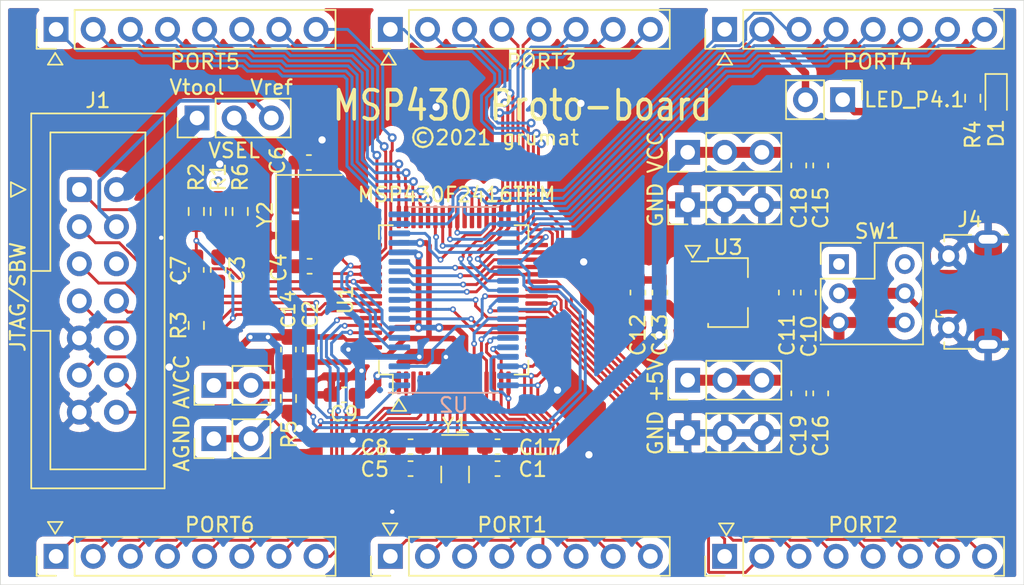
<source format=kicad_pcb>
(kicad_pcb (version 20171130) (host pcbnew "(5.1.12)-1")
  (layers (0 F.Cu signal hide) (31 B.Cu signal hide) (35 F.Paste user) (37 F.SilkS user) (38 B.Mask user) (39 F.Mask user hide) (44 Edge.Cuts user))
  (net 0 "")
  (net 1 GND)
  (net 2 /TDO)
  (net 3 /RESET)
  (net 4 "Net-(J1-Pad10)")
  (net 5 /TEST)
  (net 6 "Net-(J1-Pad6)")
  (net 7 /TCK)
  (net 8 /TMS)
  (net 9 /TDI)
  (net 10 +3V3)
  (net 11 +3.3VA)
  (net 12 GNDA)
  (net 13 /P4.7)
  (net 14 /P4.6)
  (net 15 /P4.5)
  (net 16 /P4.4)
  (net 17 /P4.3)
  (net 18 /P4.2)
  (net 19 /P4.1)
  (net 20 /P4.0)
  (net 21 /P3.7)
  (net 22 /P3.6)
  (net 23 /P3.5)
  (net 24 /P3.4)
  (net 25 /P3.3)
  (net 26 /P3.2)
  (net 27 /P3.1)
  (net 28 /P3.0)
  (net 29 /P2.7)
  (net 30 /P2.6)
  (net 31 /P2.5)
  (net 32 /P2.4)
  (net 33 /P2.3)
  (net 34 /P2.2)
  (net 35 /P2.0)
  (net 36 /P2.1)
  (net 37 /P1.7)
  (net 38 /P1.6)
  (net 39 /P1.5)
  (net 40 /P1.4)
  (net 41 /P1.3)
  (net 42 /P1.2)
  (net 43 /P1.1)
  (net 44 /P1.0)
  (net 45 /XOUT)
  (net 46 /XIN)
  (net 47 /P5.7)
  (net 48 /P5.6)
  (net 49 /P5.5)
  (net 50 /P5.4)
  (net 51 /P5.3)
  (net 52 /P5.2)
  (net 53 /P5.1)
  (net 54 /P5.0)
  (net 55 /P6.7)
  (net 56 /P6.6)
  (net 57 /P6.5)
  (net 58 /P6.4)
  (net 59 /P6.3)
  (net 60 /P6.2)
  (net 61 /P6.1)
  (net 62 /P6.0)
  (net 63 /XT2IN)
  (net 64 /XT2OUT)
  (net 65 +5V)
  (net 66 /VCC_SENSE)
  (net 67 /VCC_TOOL)
  (net 68 "Net-(D1-Pad1)")
  (net 69 "Net-(J3-Pad1)")
  (net 70 "Net-(J4-Pad4)")
  (net 71 "Net-(J4-Pad3)")
  (net 72 "Net-(J4-Pad2)")
  (net 73 "Net-(C5-Pad1)")
  (net 74 "Net-(J4-Pad1)")
  (net 75 "Net-(SW1-Pad4)")
  (net 76 "Net-(SW1-Pad1)")
  (net 77 "Net-(C3-Pad1)")
  (module Resistor_SMD:R_0603_1608Metric_Pad0.98x0.95mm_HandSolder (layer F.Cu) (at 124.4 97.45 90)
    (fp_text reference R6 (at 2.35 0 90) (layer F.SilkS))
    (fp_text value 3.3k)
    (pad 2 smd roundrect (at 0.9125 0 90) (size 0.975 0.95) (layers F.Cu F.Paste F.Mask) (net 2 /TDO))
    (pad 1 smd roundrect (at -0.9125 0 90) (size 0.975 0.95) (layers F.Cu F.Paste F.Mask) (net 77 "Net-(C3-Pad1)"))
  )
  (module Crystal:Crystal_SMD_3225-4Pin_3.2x2.5mm_HandSoldering (layer F.Cu) (at 129.1 97.65 270)
    (fp_text reference Y2 (at 0 3 90) (layer F.SilkS))
    (fp_text value 16MHz)
    (pad 4 smd rect (at -1.45 -1.15 270) (size 2.1 1.8) (layers F.Cu F.Paste F.Mask) (net 1 GND))
    (pad 3 smd rect (at 1.45 -1.15 270) (size 2.1 1.8) (layers F.Cu F.Paste F.Mask) (net 63 /XT2IN))
    (pad 2 smd rect (at 1.45 1.15 270) (size 2.1 1.8) (layers F.Cu F.Paste F.Mask) (net 1 GND))
    (pad 1 smd rect (at -1.45 1.15 270) (size 2.1 1.8) (layers F.Cu F.Paste F.Mask) (net 64 /XT2OUT))
  )
  (module lib:TL-2203 (layer F.Cu) (at 165.35 101.05)
    (fp_text reference SW1 (at 2.6 -2.25) (layer F.SilkS))
    (fp_text value TL-2203)
    (pad 6 thru_hole oval (at 4.5 4) (size 1.35 1.35) (drill 0.8) (layers *.Cu *.Mask) (net 65 +5V))
    (pad 5 thru_hole oval (at 4.5 2) (size 1.35 1.35) (drill 0.8) (layers *.Cu *.Mask) (net 74 "Net-(J4-Pad1)"))
    (pad 4 thru_hole oval (at 4.5 0) (size 1.35 1.35) (drill 0.8) (layers *.Cu *.Mask) (net 75 "Net-(SW1-Pad4)"))
    (pad 1 thru_hole rect (at 0 0) (size 1.35 1.35) (drill 0.8) (layers *.Cu *.Mask) (net 76 "Net-(SW1-Pad1)"))
    (pad 2 thru_hole oval (at 0 2) (size 1.35 1.35) (drill 0.8) (layers *.Cu *.Mask) (net 74 "Net-(J4-Pad1)"))
    (pad 3 thru_hole oval (at 0 4) (size 1.35 1.35) (drill 0.8) (layers *.Cu *.Mask) (net 65 +5V))
  )
  (module Connector_PinHeader_2.54mm:PinHeader_1x02_P2.54mm_Vertical (layer F.Cu) (at 122.6 113 90)
    (fp_text reference J16 hide)
    (fp_text value AGND (at -0.3 -2.2 90) (layer F.SilkS))
    (pad 2 thru_hole oval (at 0 2.54 90) (size 1.7 1.7) (drill 1) (layers *.Cu *.Mask) (net 12 GNDA))
    (pad 1 thru_hole rect (at 0 0 90) (size 1.7 1.7) (drill 1) (layers *.Cu *.Mask) (net 12 GNDA))
  )
  (module Connector_PinHeader_2.54mm:PinHeader_1x02_P2.54mm_Vertical (layer F.Cu) (at 122.6 109.35 90)
    (fp_text reference J15 hide)
    (fp_text value AVCC (at 0.25 -2.2 90) (layer F.SilkS))
    (pad 2 thru_hole oval (at 0 2.54 90) (size 1.7 1.7) (drill 1) (layers *.Cu *.Mask) (net 11 +3.3VA))
    (pad 1 thru_hole rect (at 0 0 90) (size 1.7 1.7) (drill 1) (layers *.Cu *.Mask) (net 11 +3.3VA))
  )
  (module Capacitor_SMD:C_0603_1608Metric_Pad1.08x0.95mm_HandSolder (layer F.Cu) (at 142 115.05)
    (fp_text reference C1 (at 2.4 0.05) (layer F.SilkS))
    (fp_text value 10uF)
    (pad 2 smd roundrect (at 0.8625 0) (size 1.075 0.95) (layers F.Cu F.Paste F.Mask) (net 12 GNDA))
    (pad 1 smd roundrect (at -0.8625 0) (size 1.075 0.95) (layers F.Cu F.Paste F.Mask) (net 11 +3.3VA))
  )
  (module Capacitor_SMD:C_0603_1608Metric_Pad1.08x0.95mm_HandSolder (layer F.Cu) (at 136.05 113.55 180)
    (fp_text reference C8 (at 2.45 -0.05) (layer F.SilkS))
    (fp_text value 220nF)
    (pad 2 smd roundrect (at 0.8625 0 180) (size 1.075 0.95) (layers F.Cu F.Paste F.Mask) (net 12 GNDA))
    (pad 1 smd roundrect (at -0.8625 0 180) (size 1.075 0.95) (layers F.Cu F.Paste F.Mask) (net 73 "Net-(C5-Pad1)"))
  )
  (module Capacitor_SMD:C_0603_1608Metric_Pad1.08x0.95mm_HandSolder (layer F.Cu) (at 136.05 115.05 180)
    (fp_text reference C5 (at 2.45 -0.05) (layer F.SilkS))
    (fp_text value 10uF)
    (pad 2 smd roundrect (at 0.8625 0 180) (size 1.075 0.95) (layers F.Cu F.Paste F.Mask) (net 12 GNDA))
    (pad 1 smd roundrect (at -0.8625 0 180) (size 1.075 0.95) (layers F.Cu F.Paste F.Mask) (net 73 "Net-(C5-Pad1)"))
  )
  (module lib:USB_Micro-B_Molex-105017-0001-handsolder (layer F.Cu) (at 174.31 102.95 90)
    (fp_text reference J4 (at 4.95 -0.01 180) (layer F.SilkS))
    (fp_text value USB_B_Micro)
    (pad 6 smd rect (at 1 1.2375 90) (size 1.5 1.9) (layers F.Cu F.Paste F.Mask) (net 1 GND))
    (pad 6 thru_hole circle (at -2.45 -1.4625 90) (size 1.45 1.45) (drill 0.85) (layers *.Cu *.Mask) (net 1 GND))
    (pad 2 smd rect (at -0.65 -1.55 90) (size 0.4 1.55) (layers F.Cu F.Paste F.Mask) (net 72 "Net-(J4-Pad2)"))
    (pad 1 smd rect (at -1.3 -1.55 90) (size 0.4 1.55) (layers F.Cu F.Paste F.Mask) (net 74 "Net-(J4-Pad1)"))
    (pad 5 smd rect (at 1.3 -1.55 90) (size 0.4 1.55) (layers F.Cu F.Paste F.Mask) (net 1 GND))
    (pad 4 smd rect (at 0.65 -1.55 90) (size 0.4 1.55) (layers F.Cu F.Paste F.Mask) (net 70 "Net-(J4-Pad4)"))
    (pad 3 smd rect (at 0 -1.55 90) (size 0.4 1.55) (layers F.Cu F.Paste F.Mask) (net 71 "Net-(J4-Pad3)"))
    (pad 6 thru_hole circle (at 2.45 -1.4625 90) (size 1.45 1.45) (drill 0.85) (layers *.Cu *.Mask) (net 1 GND))
    (pad 6 smd rect (at -1 1.2375 90) (size 1.5 1.9) (layers F.Cu F.Paste F.Mask) (net 1 GND))
    (pad 6 thru_hole oval (at -3.6 1.2375 270) (size 1.2 1.9) (drill oval 0.6 1.3) (layers *.Cu *.Mask) (net 1 GND))
    (pad 6 thru_hole oval (at 3.6 1.2375 90) (size 1.2 1.9) (drill oval 0.6 1.3) (layers *.Cu *.Mask) (net 1 GND))
    (pad 6 smd rect (at 2.9 1.2375 90) (size 1.2 1.9) (layers F.Cu F.Mask) (net 1 GND))
    (pad 6 smd rect (at -2.9 1.2375 90) (size 1.2 1.9) (layers F.Cu F.Mask) (net 1 GND))
  )
  (module Resistor_SMD:R_0603_1608Metric_Pad0.98x0.95mm_HandSolder (layer F.Cu) (at 174.5 89.7 270)
    (fp_text reference R4 (at 2.5 0 90) (layer F.SilkS))
    (fp_text value 1K)
    (pad 2 smd roundrect (at 0.9125 0 270) (size 0.975 0.95) (layers F.Cu F.Paste F.Mask) (net 69 "Net-(J3-Pad1)"))
    (pad 1 smd roundrect (at -0.9125 0 270) (size 0.975 0.95) (layers F.Cu F.Paste F.Mask) (net 68 "Net-(D1-Pad1)"))
  )
  (module Connector_PinHeader_2.54mm:PinHeader_1x02_P2.54mm_Vertical (layer F.Cu) (at 165.6 89.8 270)
    (fp_text reference J3 hide)
    (fp_text value LED_P4.1 (at 0 -4.9 180) (layer F.SilkS))
    (pad 2 thru_hole oval (at 0 2.54 270) (size 1.7 1.7) (drill 1) (layers *.Cu *.Mask) (net 19 /P4.1))
    (pad 1 thru_hole rect (at 0 0 270) (size 1.7 1.7) (drill 1) (layers *.Cu *.Mask) (net 69 "Net-(J3-Pad1)"))
  )
  (module LED_SMD:LED_0603_1608Metric_Pad1.05x0.95mm_HandSolder (layer F.Cu) (at 176.1 89.7 270)
    (fp_text reference D1 (at 2.4 0 90) (layer F.SilkS))
    (fp_text value LED)
    (pad 2 smd roundrect (at 0.875 0 270) (size 1.05 0.95) (layers F.Cu F.Paste F.Mask) (net 10 +3V3))
    (pad 1 smd roundrect (at -0.875 0 270) (size 1.05 0.95) (layers F.Cu F.Paste F.Mask) (net 68 "Net-(D1-Pad1)"))
  )
  (module Connector_PinHeader_2.54mm:PinHeader_1x03_P2.54mm_Vertical (layer F.Cu) (at 155 109 90)
    (fp_text reference J13 hide)
    (fp_text value +5V (at 0 -2.2 90) (layer F.SilkS))
    (pad 3 thru_hole oval (at 0 5.08 90) (size 1.7 1.7) (drill 1) (layers *.Cu *.Mask) (net 65 +5V))
    (pad 2 thru_hole oval (at 0 2.54 90) (size 1.7 1.7) (drill 1) (layers *.Cu *.Mask) (net 65 +5V))
    (pad 1 thru_hole rect (at 0 0 90) (size 1.7 1.7) (drill 1) (layers *.Cu *.Mask) (net 65 +5V))
  )
  (module Capacitor_SMD:C_0603_1608Metric_Pad1.08x0.95mm_HandSolder (layer F.Cu) (at 162.6 94.3 270)
    (fp_text reference C18 (at 2.9 -0.025 90) (layer F.SilkS))
    (fp_text value 10uF)
    (pad 2 smd roundrect (at 0.8625 0 270) (size 1.075 0.95) (layers F.Cu F.Paste F.Mask) (net 1 GND))
    (pad 1 smd roundrect (at -0.8625 0 270) (size 1.075 0.95) (layers F.Cu F.Paste F.Mask) (net 10 +3V3))
  )
  (module Capacitor_SMD:C_0603_1608Metric_Pad1.08x0.95mm_HandSolder (layer F.Cu) (at 162.6 109.9 270)
    (fp_text reference C19 (at 2.9 0 90) (layer F.SilkS))
    (fp_text value 10uF)
    (pad 2 smd roundrect (at 0.8625 0 270) (size 1.075 0.95) (layers F.Cu F.Paste F.Mask) (net 1 GND))
    (pad 1 smd roundrect (at -0.8625 0 270) (size 1.075 0.95) (layers F.Cu F.Paste F.Mask) (net 65 +5V))
  )
  (module Capacitor_SMD:C_0603_1608Metric_Pad1.08x0.95mm_HandSolder (layer F.Cu) (at 164.1 94.3 270)
    (fp_text reference C15 (at 2.9 0 90) (layer F.SilkS))
    (fp_text value 220nF)
    (pad 2 smd roundrect (at 0.8625 0 270) (size 1.075 0.95) (layers F.Cu F.Paste F.Mask) (net 1 GND))
    (pad 1 smd roundrect (at -0.8625 0 270) (size 1.075 0.95) (layers F.Cu F.Paste F.Mask) (net 10 +3V3))
  )
  (module Capacitor_SMD:C_0603_1608Metric_Pad1.08x0.95mm_HandSolder (layer F.Cu) (at 164.1 109.9 270)
    (fp_text reference C16 (at 2.9 0 90) (layer F.SilkS))
    (fp_text value 220nF)
    (pad 2 smd roundrect (at 0.8625 0 270) (size 1.075 0.95) (layers F.Cu F.Paste F.Mask) (net 1 GND))
    (pad 1 smd roundrect (at -0.8625 0 270) (size 1.075 0.95) (layers F.Cu F.Paste F.Mask) (net 65 +5V))
  )
  (module Connector_PinHeader_2.54mm:PinHeader_1x03_P2.54mm_Vertical (layer F.Cu) (at 155 112.6 90)
    (fp_text reference J12 hide)
    (fp_text value GND (at 0 -2.2 90) (layer F.SilkS))
    (pad 3 thru_hole oval (at 0 5.08 90) (size 1.7 1.7) (drill 1) (layers *.Cu *.Mask) (net 1 GND))
    (pad 2 thru_hole oval (at 0 2.54 90) (size 1.7 1.7) (drill 1) (layers *.Cu *.Mask) (net 1 GND))
    (pad 1 thru_hole rect (at 0 0 90) (size 1.7 1.7) (drill 1) (layers *.Cu *.Mask) (net 1 GND))
  )
  (module Connector_PinHeader_2.54mm:PinHeader_1x03_P2.54mm_Vertical (layer F.Cu) (at 155 97 90)
    (fp_text reference J14 hide)
    (fp_text value GND (at 0 -2.2 90) (layer F.SilkS))
    (pad 3 thru_hole oval (at 0 5.08 90) (size 1.7 1.7) (drill 1) (layers *.Cu *.Mask) (net 1 GND))
    (pad 2 thru_hole oval (at 0 2.54 90) (size 1.7 1.7) (drill 1) (layers *.Cu *.Mask) (net 1 GND))
    (pad 1 thru_hole rect (at 0 0 90) (size 1.7 1.7) (drill 1) (layers *.Cu *.Mask) (net 1 GND))
  )
  (module Connector_PinHeader_2.54mm:PinHeader_1x03_P2.54mm_Vertical (layer F.Cu) (at 155 93.4 90)
    (fp_text reference J11 hide)
    (fp_text value VCC (at 0 -2.2 90) (layer F.SilkS))
    (pad 3 thru_hole oval (at 0 5.08 90) (size 1.7 1.7) (drill 1) (layers *.Cu *.Mask) (net 10 +3V3))
    (pad 2 thru_hole oval (at 0 2.54 90) (size 1.7 1.7) (drill 1) (layers *.Cu *.Mask) (net 10 +3V3))
    (pad 1 thru_hole rect (at 0 0 90) (size 1.7 1.7) (drill 1) (layers *.Cu *.Mask) (net 10 +3V3))
  )
  (module NetTie:NetTie-2_THT_Pad0.3mm (layer F.Cu) (at 125.1 106.05)
    (fp_text reference NT1 hide)
    (fp_text value GND_TIE hide)
    (fp_poly (pts (xy 0 -0.3) (xy 1.2 -0.3) (xy 1.2 0.3) (xy 0 0.3)) (layer F.Cu) (width 0))
    (fp_poly (pts (xy 0 -0.3) (xy 1.2 -0.3) (xy 1.2 0.3) (xy 0 0.3)) (layer B.Cu) (width 0))
    (pad 2 thru_hole circle (at 1.2 0) (size 0.6 0.6) (drill 0.3) (layers *.Cu) (net 12 GNDA))
    (pad 1 thru_hole circle (at 0 0) (size 0.6 0.6) (drill 0.3) (layers *.Cu) (net 1 GND))
  )
  (module Package_TO_SOT_SMD:SOT-89-3_Handsoldering (layer F.Cu) (at 157.4625 103)
    (fp_text reference U3 (at 0.3 -3.1) (layer F.SilkS))
    (fp_text value HT7533-1)
    (pad 2 smd custom (at -2.0625 0) (size 2.475 0.9) (layers F.Cu F.Paste F.Mask) (net 65 +5V) (options (clearance outline) (anchor rect)) (primitives (gr_poly (pts (xy 1.2375 -0.8665) (xy 5.3625 -0.8665) (xy 5.3625 0.8665) (xy 1.2375 0.8665)) (width 0))))
    (pad 3 smd rect (at -2.15 1.5) (size 2.3 0.9) (layers F.Cu F.Paste F.Mask) (net 10 +3V3))
    (pad 1 smd rect (at -2.15 -1.5) (size 2.3 0.9) (layers F.Cu F.Paste F.Mask) (net 1 GND))
  )
  (module Resistor_SMD:R_0603_1608Metric_Pad0.98x0.95mm_HandSolder (layer F.Cu) (at 127.7 110.25 90)
    (fp_text reference R5 (at -2.45 0.05 90) (layer F.SilkS))
    (fp_text value 22)
    (pad 2 smd roundrect (at 0.9125 0 90) (size 0.975 0.95) (layers F.Cu F.Paste F.Mask) (net 11 +3.3VA))
    (pad 1 smd roundrect (at -0.9125 0 90) (size 0.975 0.95) (layers F.Cu F.Paste F.Mask) (net 10 +3V3))
  )
  (module Capacitor_SMD:C_0603_1608Metric_Pad1.08x0.95mm_HandSolder (layer F.Cu) (at 142 113.55)
    (fp_text reference C17 (at 2.9 0.05) (layer F.SilkS))
    (fp_text value 220nF)
    (pad 2 smd roundrect (at 0.8625 0) (size 1.075 0.95) (layers F.Cu F.Paste F.Mask) (net 12 GNDA))
    (pad 1 smd roundrect (at -0.8625 0) (size 1.075 0.95) (layers F.Cu F.Paste F.Mask) (net 11 +3.3VA))
  )
  (module Capacitor_SMD:C_0603_1608Metric_Pad1.08x0.95mm_HandSolder (layer F.Cu) (at 127.7 106.9 90)
    (fp_text reference C14 (at 2.75 0 90) (layer F.SilkS) (effects (font (size 0.9 0.9))))
    (fp_text value 10uF)
    (pad 2 smd roundrect (at 0.8625 0 90) (size 1.075 0.95) (layers F.Cu F.Paste F.Mask) (net 12 GNDA))
    (pad 1 smd roundrect (at -0.8625 0 90) (size 1.075 0.95) (layers F.Cu F.Paste F.Mask) (net 11 +3.3VA))
  )
  (module Capacitor_SMD:C_0603_1608Metric_Pad1.08x0.95mm_HandSolder (layer F.Cu) (at 153.1 103 90)
    (fp_text reference C13 (at -2.9 0 90) (layer F.SilkS))
    (fp_text value 220nF)
    (pad 2 smd roundrect (at 0.8625 0 90) (size 1.075 0.95) (layers F.Cu F.Paste F.Mask) (net 1 GND))
    (pad 1 smd roundrect (at -0.8625 0 90) (size 1.075 0.95) (layers F.Cu F.Paste F.Mask) (net 10 +3V3))
  )
  (module Capacitor_SMD:C_0603_1608Metric_Pad1.08x0.95mm_HandSolder (layer F.Cu) (at 151.6 103 90)
    (fp_text reference C12 (at -2.9 0 90) (layer F.SilkS))
    (fp_text value 10uF)
    (pad 2 smd roundrect (at 0.8625 0 90) (size 1.075 0.95) (layers F.Cu F.Paste F.Mask) (net 1 GND))
    (pad 1 smd roundrect (at -0.8625 0 90) (size 1.075 0.95) (layers F.Cu F.Paste F.Mask) (net 10 +3V3))
  )
  (module Capacitor_SMD:C_0603_1608Metric_Pad1.08x0.95mm_HandSolder (layer F.Cu) (at 161.75 103 90)
    (fp_text reference C11 (at -2.9 0.05 90) (layer F.SilkS))
    (fp_text value 220nF)
    (pad 2 smd roundrect (at 0.8625 0 90) (size 1.075 0.95) (layers F.Cu F.Paste F.Mask) (net 1 GND))
    (pad 1 smd roundrect (at -0.8625 0 90) (size 1.075 0.95) (layers F.Cu F.Paste F.Mask) (net 65 +5V))
  )
  (module Capacitor_SMD:C_0603_1608Metric_Pad1.08x0.95mm_HandSolder (layer F.Cu) (at 163.25 103 90)
    (fp_text reference C10 (at -3 0.05 90) (layer F.SilkS))
    (fp_text value 10uF)
    (pad 2 smd roundrect (at 0.8625 0 90) (size 1.075 0.95) (layers F.Cu F.Paste F.Mask) (net 1 GND))
    (pad 1 smd roundrect (at -0.8625 0 90) (size 1.075 0.95) (layers F.Cu F.Paste F.Mask) (net 65 +5V))
  )
  (module Crystal:Crystal_SMD_G8-2Pin_3.2x1.5mm_HandSoldering (layer F.Cu) (at 139.1 115.45 270)
    (fp_text reference Y1 (at -3.35 0 180) (layer F.SilkS))
    (fp_text value "32768 12pF")
    (pad 2 smd rect (at 1.625 0 270) (size 1.75 1.8) (layers F.Cu F.Paste F.Mask) (net 46 /XIN))
    (pad 1 smd rect (at -1.625 0 270) (size 1.75 1.8) (layers F.Cu F.Paste F.Mask) (net 45 /XOUT))
  )
  (module Capacitor_SMD:C_0603_1608Metric_Pad1.08x0.95mm_HandSolder (layer F.Cu) (at 129.1 94.1)
    (fp_text reference C6 (at -2.15 -0.15 90) (layer F.SilkS))
    (fp_text value 22pF)
    (pad 2 smd roundrect (at 0.8625 0) (size 1.075 0.95) (layers F.Cu F.Paste F.Mask) (net 1 GND))
    (pad 1 smd roundrect (at -0.8625 0) (size 1.075 0.95) (layers F.Cu F.Paste F.Mask) (net 64 /XT2OUT))
  )
  (module Capacitor_SMD:C_0603_1608Metric_Pad1.08x0.95mm_HandSolder (layer F.Cu) (at 129.15 101.2 180)
    (fp_text reference C4 (at 2.1 -0.1 90) (layer F.SilkS))
    (fp_text value 22pF)
    (pad 2 smd roundrect (at 0.8625 0 180) (size 1.075 0.95) (layers F.Cu F.Paste F.Mask) (net 1 GND))
    (pad 1 smd roundrect (at -0.8625 0 180) (size 1.075 0.95) (layers F.Cu F.Paste F.Mask) (net 63 /XT2IN))
  )
  (module Connector_PinHeader_2.54mm:PinHeader_1x08_P2.54mm_Vertical (layer F.Cu) (at 111.81 121.053 90)
    (fp_text reference J10 hide)
    (fp_text value PORT6 (at 2.153 11.19 180) (layer F.SilkS))
    (pad 8 thru_hole oval (at 0 17.78 90) (size 1.7 1.7) (drill 1) (layers *.Cu *.Mask) (net 55 /P6.7))
    (pad 7 thru_hole oval (at 0 15.24 90) (size 1.7 1.7) (drill 1) (layers *.Cu *.Mask) (net 56 /P6.6))
    (pad 6 thru_hole oval (at 0 12.7 90) (size 1.7 1.7) (drill 1) (layers *.Cu *.Mask) (net 57 /P6.5))
    (pad 5 thru_hole oval (at 0 10.16 90) (size 1.7 1.7) (drill 1) (layers *.Cu *.Mask) (net 58 /P6.4))
    (pad 4 thru_hole oval (at 0 7.62 90) (size 1.7 1.7) (drill 1) (layers *.Cu *.Mask) (net 59 /P6.3))
    (pad 3 thru_hole oval (at 0 5.08 90) (size 1.7 1.7) (drill 1) (layers *.Cu *.Mask) (net 60 /P6.2))
    (pad 2 thru_hole oval (at 0 2.54 90) (size 1.7 1.7) (drill 1) (layers *.Cu *.Mask) (net 61 /P6.1))
    (pad 1 thru_hole rect (at 0 0 90) (size 1.7 1.7) (drill 1) (layers *.Cu *.Mask) (net 62 /P6.0))
  )
  (module Connector_PinHeader_2.54mm:PinHeader_1x08_P2.54mm_Vertical (layer F.Cu) (at 111.81 84.985 90)
    (fp_text reference J9 hide)
    (fp_text value PORT5 (at -2.215 10.19 180) (layer F.SilkS))
    (pad 8 thru_hole oval (at 0 17.78 90) (size 1.7 1.7) (drill 1) (layers *.Cu *.Mask) (net 47 /P5.7))
    (pad 7 thru_hole oval (at 0 15.24 90) (size 1.7 1.7) (drill 1) (layers *.Cu *.Mask) (net 48 /P5.6))
    (pad 6 thru_hole oval (at 0 12.7 90) (size 1.7 1.7) (drill 1) (layers *.Cu *.Mask) (net 49 /P5.5))
    (pad 5 thru_hole oval (at 0 10.16 90) (size 1.7 1.7) (drill 1) (layers *.Cu *.Mask) (net 50 /P5.4))
    (pad 4 thru_hole oval (at 0 7.62 90) (size 1.7 1.7) (drill 1) (layers *.Cu *.Mask) (net 51 /P5.3))
    (pad 3 thru_hole oval (at 0 5.08 90) (size 1.7 1.7) (drill 1) (layers *.Cu *.Mask) (net 52 /P5.2))
    (pad 2 thru_hole oval (at 0 2.54 90) (size 1.7 1.7) (drill 1) (layers *.Cu *.Mask) (net 53 /P5.1))
    (pad 1 thru_hole rect (at 0 0 90) (size 1.7 1.7) (drill 1) (layers *.Cu *.Mask) (net 54 /P5.0))
  )
  (module Connector_PinHeader_2.54mm:PinHeader_1x08_P2.54mm_Vertical (layer F.Cu) (at 157.53 84.985 90)
    (fp_text reference J8 hide)
    (fp_text value PORT4 (at -2.215 10.47) (layer F.SilkS))
    (pad 8 thru_hole oval (at 0 17.78 90) (size 1.7 1.7) (drill 1) (layers *.Cu *.Mask) (net 13 /P4.7))
    (pad 7 thru_hole oval (at 0 15.24 90) (size 1.7 1.7) (drill 1) (layers *.Cu *.Mask) (net 14 /P4.6))
    (pad 6 thru_hole oval (at 0 12.7 90) (size 1.7 1.7) (drill 1) (layers *.Cu *.Mask) (net 15 /P4.5))
    (pad 5 thru_hole oval (at 0 10.16 90) (size 1.7 1.7) (drill 1) (layers *.Cu *.Mask) (net 16 /P4.4))
    (pad 4 thru_hole oval (at 0 7.62 90) (size 1.7 1.7) (drill 1) (layers *.Cu *.Mask) (net 17 /P4.3))
    (pad 3 thru_hole oval (at 0 5.08 90) (size 1.7 1.7) (drill 1) (layers *.Cu *.Mask) (net 18 /P4.2))
    (pad 2 thru_hole oval (at 0 2.54 90) (size 1.7 1.7) (drill 1) (layers *.Cu *.Mask) (net 19 /P4.1))
    (pad 1 thru_hole rect (at 0 0 90) (size 1.7 1.7) (drill 1) (layers *.Cu *.Mask) (net 20 /P4.0))
  )
  (module Connector_PinHeader_2.54mm:PinHeader_1x08_P2.54mm_Vertical (layer F.Cu) (at 134.67 84.985 90)
    (fp_text reference J7 hide)
    (fp_text value PORT3 (at -2.215 10.33) (layer F.SilkS))
    (pad 8 thru_hole oval (at 0 17.78 90) (size 1.7 1.7) (drill 1) (layers *.Cu *.Mask) (net 21 /P3.7))
    (pad 7 thru_hole oval (at 0 15.24 90) (size 1.7 1.7) (drill 1) (layers *.Cu *.Mask) (net 22 /P3.6))
    (pad 6 thru_hole oval (at 0 12.7 90) (size 1.7 1.7) (drill 1) (layers *.Cu *.Mask) (net 23 /P3.5))
    (pad 5 thru_hole oval (at 0 10.16 90) (size 1.7 1.7) (drill 1) (layers *.Cu *.Mask) (net 24 /P3.4))
    (pad 4 thru_hole oval (at 0 7.62 90) (size 1.7 1.7) (drill 1) (layers *.Cu *.Mask) (net 25 /P3.3))
    (pad 3 thru_hole oval (at 0 5.08 90) (size 1.7 1.7) (drill 1) (layers *.Cu *.Mask) (net 26 /P3.2))
    (pad 2 thru_hole oval (at 0 2.54 90) (size 1.7 1.7) (drill 1) (layers *.Cu *.Mask) (net 27 /P3.1))
    (pad 1 thru_hole rect (at 0 0 90) (size 1.7 1.7) (drill 1) (layers *.Cu *.Mask) (net 28 /P3.0))
  )
  (module Connector_PinHeader_2.54mm:PinHeader_1x08_P2.54mm_Vertical (layer F.Cu) (at 157.53 121.053 90)
    (fp_text reference J6 hide)
    (fp_text value PORT2 (at 2.153 9.47 180) (layer F.SilkS))
    (pad 8 thru_hole oval (at 0 17.78 90) (size 1.7 1.7) (drill 1) (layers *.Cu *.Mask) (net 29 /P2.7))
    (pad 7 thru_hole oval (at 0 15.24 90) (size 1.7 1.7) (drill 1) (layers *.Cu *.Mask) (net 30 /P2.6))
    (pad 6 thru_hole oval (at 0 12.7 90) (size 1.7 1.7) (drill 1) (layers *.Cu *.Mask) (net 31 /P2.5))
    (pad 5 thru_hole oval (at 0 10.16 90) (size 1.7 1.7) (drill 1) (layers *.Cu *.Mask) (net 32 /P2.4))
    (pad 4 thru_hole oval (at 0 7.62 90) (size 1.7 1.7) (drill 1) (layers *.Cu *.Mask) (net 33 /P2.3))
    (pad 3 thru_hole oval (at 0 5.08 90) (size 1.7 1.7) (drill 1) (layers *.Cu *.Mask) (net 34 /P2.2))
    (pad 2 thru_hole oval (at 0 2.54 90) (size 1.7 1.7) (drill 1) (layers *.Cu *.Mask) (net 36 /P2.1))
    (pad 1 thru_hole rect (at 0 0 90) (size 1.7 1.7) (drill 1) (layers *.Cu *.Mask) (net 35 /P2.0))
  )
  (module Connector_PinHeader_2.54mm:PinHeader_1x08_P2.54mm_Vertical (layer F.Cu) (at 134.67 121.053 90)
    (fp_text reference J5 hide)
    (fp_text value PORT1 (at 2.153 8.33 180) (layer F.SilkS))
    (pad 8 thru_hole oval (at 0 17.78 90) (size 1.7 1.7) (drill 1) (layers *.Cu *.Mask) (net 37 /P1.7))
    (pad 7 thru_hole oval (at 0 15.24 90) (size 1.7 1.7) (drill 1) (layers *.Cu *.Mask) (net 38 /P1.6))
    (pad 6 thru_hole oval (at 0 12.7 90) (size 1.7 1.7) (drill 1) (layers *.Cu *.Mask) (net 39 /P1.5))
    (pad 5 thru_hole oval (at 0 10.16 90) (size 1.7 1.7) (drill 1) (layers *.Cu *.Mask) (net 40 /P1.4))
    (pad 4 thru_hole oval (at 0 7.62 90) (size 1.7 1.7) (drill 1) (layers *.Cu *.Mask) (net 41 /P1.3))
    (pad 3 thru_hole oval (at 0 5.08 90) (size 1.7 1.7) (drill 1) (layers *.Cu *.Mask) (net 42 /P1.2))
    (pad 2 thru_hole oval (at 0 2.54 90) (size 1.7 1.7) (drill 1) (layers *.Cu *.Mask) (net 43 /P1.1))
    (pad 1 thru_hole rect (at 0 0 90) (size 1.7 1.7) (drill 1) (layers *.Cu *.Mask) (net 44 /P1.0))
  )
  (module Capacitor_SMD:C_0603_1608Metric_Pad1.08x0.95mm_HandSolder (layer F.Cu) (at 129.2 106.9 90)
    (fp_text reference C2 (at 2.4 0 90) (layer F.SilkS))
    (fp_text value 220nF)
    (pad 2 smd roundrect (at 0.8625 0 90) (size 1.075 0.95) (layers F.Cu F.Paste F.Mask) (net 12 GNDA))
    (pad 1 smd roundrect (at -0.8625 0 90) (size 1.075 0.95) (layers F.Cu F.Paste F.Mask) (net 11 +3.3VA))
  )
  (module Capacitor_SMD:C_0603_1608Metric_Pad1.08x0.95mm_HandSolder (layer F.Cu) (at 131.5 110 180)
    (fp_text reference C9 (at 0 -1.3) (layer F.SilkS))
    (fp_text value 220nF)
    (pad 2 smd roundrect (at 0.8625 0 180) (size 1.075 0.95) (layers F.Cu F.Paste F.Mask) (net 1 GND))
    (pad 1 smd roundrect (at -0.8625 0 180) (size 1.075 0.95) (layers F.Cu F.Paste F.Mask) (net 10 +3V3))
  )
  (module Package_SO:TSSOP-38_6.1x12.5mm_P0.65mm (layer B.Cu) (at 139 103.5)
    (fp_text reference U2 (at 0 7.2) (layer B.SilkS) (effects (justify mirror)))
    (fp_text value MSP430G2955IDA38)
    (pad 38 smd roundrect (at 3.7125 5.85) (size 1.475 0.4) (layers B.Cu B.Paste B.Mask) (net 37 /P1.7))
    (pad 37 smd roundrect (at 3.7125 5.2) (size 1.475 0.4) (layers B.Cu B.Paste B.Mask) (net 38 /P1.6))
    (pad 36 smd roundrect (at 3.7125 4.55) (size 1.475 0.4) (layers B.Cu B.Paste B.Mask) (net 39 /P1.5))
    (pad 35 smd roundrect (at 3.7125 3.9) (size 1.475 0.4) (layers B.Cu B.Paste B.Mask) (net 40 /P1.4))
    (pad 34 smd roundrect (at 3.7125 3.25) (size 1.475 0.4) (layers B.Cu B.Paste B.Mask) (net 41 /P1.3))
    (pad 33 smd roundrect (at 3.7125 2.6) (size 1.475 0.4) (layers B.Cu B.Paste B.Mask) (net 42 /P1.2))
    (pad 32 smd roundrect (at 3.7125 1.95) (size 1.475 0.4) (layers B.Cu B.Paste B.Mask) (net 43 /P1.1))
    (pad 31 smd roundrect (at 3.7125 1.3) (size 1.475 0.4) (layers B.Cu B.Paste B.Mask) (net 44 /P1.0))
    (pad 30 smd roundrect (at 3.7125 0.65) (size 1.475 0.4) (layers B.Cu B.Paste B.Mask) (net 32 /P2.4))
    (pad 29 smd roundrect (at 3.7125 0) (size 1.475 0.4) (layers B.Cu B.Paste B.Mask) (net 33 /P2.3))
    (pad 28 smd roundrect (at 3.7125 -0.65) (size 1.475 0.4) (layers B.Cu B.Paste B.Mask) (net 21 /P3.7))
    (pad 27 smd roundrect (at 3.7125 -1.3) (size 1.475 0.4) (layers B.Cu B.Paste B.Mask) (net 22 /P3.6))
    (pad 26 smd roundrect (at 3.7125 -1.95) (size 1.475 0.4) (layers B.Cu B.Paste B.Mask) (net 23 /P3.5))
    (pad 25 smd roundrect (at 3.7125 -2.6) (size 1.475 0.4) (layers B.Cu B.Paste B.Mask) (net 24 /P3.4))
    (pad 24 smd roundrect (at 3.7125 -3.25) (size 1.475 0.4) (layers B.Cu B.Paste B.Mask) (net 13 /P4.7))
    (pad 23 smd roundrect (at 3.7125 -3.9) (size 1.475 0.4) (layers B.Cu B.Paste B.Mask) (net 14 /P4.6))
    (pad 22 smd roundrect (at 3.7125 -4.55) (size 1.475 0.4) (layers B.Cu B.Paste B.Mask) (net 15 /P4.5))
    (pad 21 smd roundrect (at 3.7125 -5.2) (size 1.475 0.4) (layers B.Cu B.Paste B.Mask) (net 16 /P4.4))
    (pad 20 smd roundrect (at 3.7125 -5.85) (size 1.475 0.4) (layers B.Cu B.Paste B.Mask) (net 17 /P4.3))
    (pad 19 smd roundrect (at -3.7125 -5.85) (size 1.475 0.4) (layers B.Cu B.Paste B.Mask) (net 18 /P4.2))
    (pad 18 smd roundrect (at -3.7125 -5.2) (size 1.475 0.4) (layers B.Cu B.Paste B.Mask) (net 19 /P4.1))
    (pad 17 smd roundrect (at -3.7125 -4.55) (size 1.475 0.4) (layers B.Cu B.Paste B.Mask) (net 20 /P4.0))
    (pad 16 smd roundrect (at -3.7125 -3.9) (size 1.475 0.4) (layers B.Cu B.Paste B.Mask) (net 11 +3.3VA))
    (pad 15 smd roundrect (at -3.7125 -3.25) (size 1.475 0.4) (layers B.Cu B.Paste B.Mask) (net 12 GNDA))
    (pad 14 smd roundrect (at -3.7125 -2.6) (size 1.475 0.4) (layers B.Cu B.Paste B.Mask) (net 25 /P3.3))
    (pad 13 smd roundrect (at -3.7125 -1.95) (size 1.475 0.4) (layers B.Cu B.Paste B.Mask) (net 26 /P3.2))
    (pad 12 smd roundrect (at -3.7125 -1.3) (size 1.475 0.4) (layers B.Cu B.Paste B.Mask) (net 27 /P3.1))
    (pad 11 smd roundrect (at -3.7125 -0.65) (size 1.475 0.4) (layers B.Cu B.Paste B.Mask) (net 28 /P3.0))
    (pad 10 smd roundrect (at -3.7125 0) (size 1.475 0.4) (layers B.Cu B.Paste B.Mask) (net 34 /P2.2))
    (pad 9 smd roundrect (at -3.7125 0.65) (size 1.475 0.4) (layers B.Cu B.Paste B.Mask) (net 36 /P2.1))
    (pad 8 smd roundrect (at -3.7125 1.3) (size 1.475 0.4) (layers B.Cu B.Paste B.Mask) (net 35 /P2.0))
    (pad 7 smd roundrect (at -3.7125 1.95) (size 1.475 0.4) (layers B.Cu B.Paste B.Mask) (net 2 /TDO))
    (pad 6 smd roundrect (at -3.7125 2.6) (size 1.475 0.4) (layers B.Cu B.Paste B.Mask) (net 63 /XT2IN))
    (pad 5 smd roundrect (at -3.7125 3.25) (size 1.475 0.4) (layers B.Cu B.Paste B.Mask) (net 64 /XT2OUT))
    (pad 4 smd roundrect (at -3.7125 3.9) (size 1.475 0.4) (layers B.Cu B.Paste B.Mask) (net 1 GND))
    (pad 3 smd roundrect (at -3.7125 4.55) (size 1.475 0.4) (layers B.Cu B.Paste B.Mask) (net 31 /P2.5))
    (pad 2 smd roundrect (at -3.7125 5.2) (size 1.475 0.4) (layers B.Cu B.Paste B.Mask) (net 10 +3V3))
    (pad 1 smd roundrect (at -3.7125 5.85) (size 1.475 0.4) (layers B.Cu B.Paste B.Mask) (net 5 /TEST))
  )
  (module Package_QFP:LQFP-64_10x10mm_P0.5mm (layer F.Cu) (at 139 103.5 90)
    (fp_text reference U1 (at 0 -7.4 90) (layer F.SilkS))
    (fp_text value MSP430F2416TPM (at 7.2 0.2 180) (layer F.SilkS))
    (pad 64 smd roundrect (at -3.75 -5.675 90) (size 0.3 1.55) (layers F.Cu F.Paste F.Mask) (net 11 +3.3VA))
    (pad 63 smd roundrect (at -3.25 -5.675 90) (size 0.3 1.55) (layers F.Cu F.Paste F.Mask) (net 1 GND))
    (pad 62 smd roundrect (at -2.75 -5.675 90) (size 0.3 1.55) (layers F.Cu F.Paste F.Mask) (net 12 GNDA))
    (pad 61 smd roundrect (at -2.25 -5.675 90) (size 0.3 1.55) (layers F.Cu F.Paste F.Mask) (net 60 /P6.2))
    (pad 60 smd roundrect (at -1.75 -5.675 90) (size 0.3 1.55) (layers F.Cu F.Paste F.Mask) (net 61 /P6.1))
    (pad 59 smd roundrect (at -1.25 -5.675 90) (size 0.3 1.55) (layers F.Cu F.Paste F.Mask) (net 62 /P6.0))
    (pad 58 smd roundrect (at -0.75 -5.675 90) (size 0.3 1.55) (layers F.Cu F.Paste F.Mask) (net 3 /RESET))
    (pad 57 smd roundrect (at -0.25 -5.675 90) (size 0.3 1.55) (layers F.Cu F.Paste F.Mask) (net 7 /TCK))
    (pad 56 smd roundrect (at 0.25 -5.675 90) (size 0.3 1.55) (layers F.Cu F.Paste F.Mask) (net 8 /TMS))
    (pad 55 smd roundrect (at 0.75 -5.675 90) (size 0.3 1.55) (layers F.Cu F.Paste F.Mask) (net 9 /TDI))
    (pad 54 smd roundrect (at 1.25 -5.675 90) (size 0.3 1.55) (layers F.Cu F.Paste F.Mask) (net 2 /TDO))
    (pad 53 smd roundrect (at 1.75 -5.675 90) (size 0.3 1.55) (layers F.Cu F.Paste F.Mask) (net 63 /XT2IN))
    (pad 52 smd roundrect (at 2.25 -5.675 90) (size 0.3 1.55) (layers F.Cu F.Paste F.Mask) (net 64 /XT2OUT))
    (pad 51 smd roundrect (at 2.75 -5.675 90) (size 0.3 1.55) (layers F.Cu F.Paste F.Mask) (net 47 /P5.7))
    (pad 50 smd roundrect (at 3.25 -5.675 90) (size 0.3 1.55) (layers F.Cu F.Paste F.Mask) (net 48 /P5.6))
    (pad 49 smd roundrect (at 3.75 -5.675 90) (size 0.3 1.55) (layers F.Cu F.Paste F.Mask) (net 49 /P5.5))
    (pad 48 smd roundrect (at 5.675 -3.75 90) (size 1.55 0.3) (layers F.Cu F.Paste F.Mask) (net 50 /P5.4))
    (pad 47 smd roundrect (at 5.675 -3.25 90) (size 1.55 0.3) (layers F.Cu F.Paste F.Mask) (net 51 /P5.3))
    (pad 46 smd roundrect (at 5.675 -2.75 90) (size 1.55 0.3) (layers F.Cu F.Paste F.Mask) (net 52 /P5.2))
    (pad 45 smd roundrect (at 5.675 -2.25 90) (size 1.55 0.3) (layers F.Cu F.Paste F.Mask) (net 53 /P5.1))
    (pad 44 smd roundrect (at 5.675 -1.75 90) (size 1.55 0.3) (layers F.Cu F.Paste F.Mask) (net 54 /P5.0))
    (pad 43 smd roundrect (at 5.675 -1.25 90) (size 1.55 0.3) (layers F.Cu F.Paste F.Mask) (net 13 /P4.7))
    (pad 42 smd roundrect (at 5.675 -0.75 90) (size 1.55 0.3) (layers F.Cu F.Paste F.Mask) (net 14 /P4.6))
    (pad 41 smd roundrect (at 5.675 -0.25 90) (size 1.55 0.3) (layers F.Cu F.Paste F.Mask) (net 15 /P4.5))
    (pad 40 smd roundrect (at 5.675 0.25 90) (size 1.55 0.3) (layers F.Cu F.Paste F.Mask) (net 16 /P4.4))
    (pad 39 smd roundrect (at 5.675 0.75 90) (size 1.55 0.3) (layers F.Cu F.Paste F.Mask) (net 17 /P4.3))
    (pad 38 smd roundrect (at 5.675 1.25 90) (size 1.55 0.3) (layers F.Cu F.Paste F.Mask) (net 18 /P4.2))
    (pad 37 smd roundrect (at 5.675 1.75 90) (size 1.55 0.3) (layers F.Cu F.Paste F.Mask) (net 19 /P4.1))
    (pad 36 smd roundrect (at 5.675 2.25 90) (size 1.55 0.3) (layers F.Cu F.Paste F.Mask) (net 20 /P4.0))
    (pad 35 smd roundrect (at 5.675 2.75 90) (size 1.55 0.3) (layers F.Cu F.Paste F.Mask) (net 21 /P3.7))
    (pad 34 smd roundrect (at 5.675 3.25 90) (size 1.55 0.3) (layers F.Cu F.Paste F.Mask) (net 22 /P3.6))
    (pad 33 smd roundrect (at 5.675 3.75 90) (size 1.55 0.3) (layers F.Cu F.Paste F.Mask) (net 23 /P3.5))
    (pad 32 smd roundrect (at 3.75 5.675 90) (size 0.3 1.55) (layers F.Cu F.Paste F.Mask) (net 24 /P3.4))
    (pad 31 smd roundrect (at 3.25 5.675 90) (size 0.3 1.55) (layers F.Cu F.Paste F.Mask) (net 25 /P3.3))
    (pad 30 smd roundrect (at 2.75 5.675 90) (size 0.3 1.55) (layers F.Cu F.Paste F.Mask) (net 26 /P3.2))
    (pad 29 smd roundrect (at 2.25 5.675 90) (size 0.3 1.55) (layers F.Cu F.Paste F.Mask) (net 27 /P3.1))
    (pad 28 smd roundrect (at 1.75 5.675 90) (size 0.3 1.55) (layers F.Cu F.Paste F.Mask) (net 28 /P3.0))
    (pad 27 smd roundrect (at 1.25 5.675 90) (size 0.3 1.55) (layers F.Cu F.Paste F.Mask) (net 29 /P2.7))
    (pad 26 smd roundrect (at 0.75 5.675 90) (size 0.3 1.55) (layers F.Cu F.Paste F.Mask) (net 30 /P2.6))
    (pad 25 smd roundrect (at 0.25 5.675 90) (size 0.3 1.55) (layers F.Cu F.Paste F.Mask) (net 31 /P2.5))
    (pad 24 smd roundrect (at -0.25 5.675 90) (size 0.3 1.55) (layers F.Cu F.Paste F.Mask) (net 32 /P2.4))
    (pad 23 smd roundrect (at -0.75 5.675 90) (size 0.3 1.55) (layers F.Cu F.Paste F.Mask) (net 33 /P2.3))
    (pad 22 smd roundrect (at -1.25 5.675 90) (size 0.3 1.55) (layers F.Cu F.Paste F.Mask) (net 34 /P2.2))
    (pad 21 smd roundrect (at -1.75 5.675 90) (size 0.3 1.55) (layers F.Cu F.Paste F.Mask) (net 35 /P2.0))
    (pad 20 smd roundrect (at -2.25 5.675 90) (size 0.3 1.55) (layers F.Cu F.Paste F.Mask) (net 36 /P2.1))
    (pad 19 smd roundrect (at -2.75 5.675 90) (size 0.3 1.55) (layers F.Cu F.Paste F.Mask) (net 37 /P1.7))
    (pad 18 smd roundrect (at -3.25 5.675 90) (size 0.3 1.55) (layers F.Cu F.Paste F.Mask) (net 38 /P1.6))
    (pad 17 smd roundrect (at -3.75 5.675 90) (size 0.3 1.55) (layers F.Cu F.Paste F.Mask) (net 39 /P1.5))
    (pad 16 smd roundrect (at -5.675 3.75 90) (size 1.55 0.3) (layers F.Cu F.Paste F.Mask) (net 40 /P1.4))
    (pad 15 smd roundrect (at -5.675 3.25 90) (size 1.55 0.3) (layers F.Cu F.Paste F.Mask) (net 41 /P1.3))
    (pad 14 smd roundrect (at -5.675 2.75 90) (size 1.55 0.3) (layers F.Cu F.Paste F.Mask) (net 42 /P1.2))
    (pad 13 smd roundrect (at -5.675 2.25 90) (size 1.55 0.3) (layers F.Cu F.Paste F.Mask) (net 43 /P1.1))
    (pad 12 smd roundrect (at -5.675 1.75 90) (size 1.55 0.3) (layers F.Cu F.Paste F.Mask) (net 44 /P1.0))
    (pad 11 smd roundrect (at -5.675 1.25 90) (size 1.55 0.3) (layers F.Cu F.Paste F.Mask) (net 12 GNDA))
    (pad 10 smd roundrect (at -5.675 0.75 90) (size 1.55 0.3) (layers F.Cu F.Paste F.Mask) (net 11 +3.3VA))
    (pad 9 smd roundrect (at -5.675 0.25 90) (size 1.55 0.3) (layers F.Cu F.Paste F.Mask) (net 45 /XOUT))
    (pad 8 smd roundrect (at -5.675 -0.25 90) (size 1.55 0.3) (layers F.Cu F.Paste F.Mask) (net 46 /XIN))
    (pad 7 smd roundrect (at -5.675 -0.75 90) (size 1.55 0.3) (layers F.Cu F.Paste F.Mask) (net 73 "Net-(C5-Pad1)"))
    (pad 6 smd roundrect (at -5.675 -1.25 90) (size 1.55 0.3) (layers F.Cu F.Paste F.Mask) (net 55 /P6.7))
    (pad 5 smd roundrect (at -5.675 -1.75 90) (size 1.55 0.3) (layers F.Cu F.Paste F.Mask) (net 56 /P6.6))
    (pad 4 smd roundrect (at -5.675 -2.25 90) (size 1.55 0.3) (layers F.Cu F.Paste F.Mask) (net 57 /P6.5))
    (pad 3 smd roundrect (at -5.675 -2.75 90) (size 1.55 0.3) (layers F.Cu F.Paste F.Mask) (net 58 /P6.4))
    (pad 2 smd roundrect (at -5.675 -3.25 90) (size 1.55 0.3) (layers F.Cu F.Paste F.Mask) (net 59 /P6.3))
    (pad 1 smd roundrect (at -5.675 -3.75 90) (size 1.55 0.3) (layers F.Cu F.Paste F.Mask) (net 10 +3V3))
  )
  (module Resistor_SMD:R_0603_1608Metric_Pad0.98x0.95mm_HandSolder (layer F.Cu) (at 121.4 105.25 270)
    (fp_text reference R3 (at 0 1.2 90) (layer F.SilkS))
    (fp_text value 330)
    (pad 2 smd roundrect (at 0.9125 0 270) (size 0.975 0.95) (layers F.Cu F.Paste F.Mask) (net 7 /TCK))
    (pad 1 smd roundrect (at -0.9125 0 270) (size 0.975 0.95) (layers F.Cu F.Paste F.Mask) (net 5 /TEST))
  )
  (module Resistor_SMD:R_0603_1608Metric_Pad0.98x0.95mm_HandSolder (layer F.Cu) (at 121.4 97.45 270)
    (fp_text reference R2 (at -2.35 0 90) (layer F.SilkS))
    (fp_text value 100K)
    (pad 2 smd roundrect (at 0.9125 0 270) (size 0.975 0.95) (layers F.Cu F.Paste F.Mask) (net 3 /RESET))
    (pad 1 smd roundrect (at -0.9125 0 270) (size 0.975 0.95) (layers F.Cu F.Paste F.Mask) (net 10 +3V3))
  )
  (module Resistor_SMD:R_0603_1608Metric_Pad0.98x0.95mm_HandSolder (layer F.Cu) (at 122.9 97.45 270)
    (fp_text reference R1 (at -2.35 0 90) (layer F.SilkS))
    (fp_text value 47K)
    (pad 2 smd roundrect (at 0.9125 0 270) (size 0.975 0.95) (layers F.Cu F.Paste F.Mask) (net 77 "Net-(C3-Pad1)"))
    (pad 1 smd roundrect (at -0.9125 0 270) (size 0.975 0.95) (layers F.Cu F.Paste F.Mask) (net 10 +3V3))
  )
  (module Connector_PinHeader_2.54mm:PinHeader_1x03_P2.54mm_Vertical (layer F.Cu) (at 121.45 91.05 90)
    (fp_text reference J2 hide)
    (fp_text value VSEL (at -2.23 2.535 180) (layer F.SilkS))
    (pad 3 thru_hole oval (at 0 5.08 90) (size 1.7 1.7) (drill 1) (layers *.Cu *.Mask) (net 66 /VCC_SENSE))
    (pad 2 thru_hole oval (at 0 2.54 90) (size 1.7 1.7) (drill 1) (layers *.Cu *.Mask) (net 10 +3V3))
    (pad 1 thru_hole rect (at 0 0 90) (size 1.7 1.7) (drill 1) (layers *.Cu *.Mask) (net 67 /VCC_TOOL))
  )
  (module Connector_IDC:IDC-Header_2x07_P2.54mm_Vertical (layer F.Cu) (at 113.4 95.95)
    (fp_text reference J1 (at 1.27 -6.1) (layer F.SilkS))
    (fp_text value JTAG/SBW (at -4.2 7.35 90) (layer F.SilkS))
    (pad 14 thru_hole circle (at 2.54 15.24) (size 1.7 1.7) (drill 1) (layers *.Cu *.Mask) (net 23 /P3.5))
    (pad 12 thru_hole circle (at 2.54 12.7) (size 1.7 1.7) (drill 1) (layers *.Cu *.Mask) (net 24 /P3.4))
    (pad 10 thru_hole circle (at 2.54 10.16) (size 1.7 1.7) (drill 1) (layers *.Cu *.Mask) (net 4 "Net-(J1-Pad10)"))
    (pad 8 thru_hole circle (at 2.54 7.62) (size 1.7 1.7) (drill 1) (layers *.Cu *.Mask) (net 5 /TEST))
    (pad 6 thru_hole circle (at 2.54 5.08) (size 1.7 1.7) (drill 1) (layers *.Cu *.Mask) (net 6 "Net-(J1-Pad6)"))
    (pad 4 thru_hole circle (at 2.54 2.54) (size 1.7 1.7) (drill 1) (layers *.Cu *.Mask) (net 66 /VCC_SENSE))
    (pad 2 thru_hole circle (at 2.54 0) (size 1.7 1.7) (drill 1) (layers *.Cu *.Mask) (net 67 /VCC_TOOL))
    (pad 13 thru_hole circle (at 0 15.24) (size 1.7 1.7) (drill 1) (layers *.Cu *.Mask) (net 1 GND))
    (pad 11 thru_hole circle (at 0 12.7) (size 1.7 1.7) (drill 1) (layers *.Cu *.Mask) (net 3 /RESET))
    (pad 9 thru_hole circle (at 0 10.16) (size 1.7 1.7) (drill 1) (layers *.Cu *.Mask) (net 1 GND))
    (pad 7 thru_hole circle (at 0 7.62) (size 1.7 1.7) (drill 1) (layers *.Cu *.Mask) (net 7 /TCK))
    (pad 5 thru_hole circle (at 0 5.08) (size 1.7 1.7) (drill 1) (layers *.Cu *.Mask) (net 8 /TMS))
    (pad 3 thru_hole circle (at 0 2.54) (size 1.7 1.7) (drill 1) (layers *.Cu *.Mask) (net 9 /TDI))
    (pad 1 thru_hole roundrect (at 0 0) (size 1.7 1.7) (drill 1) (layers *.Cu *.Mask) (roundrect_rratio 0.1470588235294118) (net 2 /TDO))
  )
  (module Capacitor_SMD:C_0603_1608Metric_Pad1.08x0.95mm_HandSolder (layer F.Cu) (at 121.4 101.45 270)
    (fp_text reference C7 (at 0 1.2 90) (layer F.SilkS))
    (fp_text value 47nF)
    (pad 2 smd roundrect (at 0.8625 0 270) (size 1.075 0.95) (layers F.Cu F.Paste F.Mask) (net 1 GND))
    (pad 1 smd roundrect (at -0.8625 0 270) (size 1.075 0.95) (layers F.Cu F.Paste F.Mask) (net 3 /RESET))
  )
  (module Capacitor_SMD:C_0603_1608Metric_Pad1.08x0.95mm_HandSolder (layer F.Cu) (at 122.9 101.45 270)
    (fp_text reference C3 (at 0 -1.3 90) (layer F.SilkS))
    (fp_text value 2.2nF)
    (pad 2 smd roundrect (at 0.8625 0 270) (size 1.075 0.95) (layers F.Cu F.Paste F.Mask) (net 1 GND))
    (pad 1 smd roundrect (at -0.8625 0 270) (size 1.075 0.95) (layers F.Cu F.Paste F.Mask) (net 77 "Net-(C3-Pad1)"))
  )
  (gr_text Vref (at 126.55 88.95) (layer F.SilkS) (effects (font (size 1 1))))
  (gr_text Vtool (at 121.45 88.95) (layer F.SilkS) (effects (font (size 1 1))))
  (gr_text "©2021 grumat" (at 141.8 92.4) (layer F.SilkS) (effects (font (size 1 1))))
  (gr_text "MSP430 Proto-board" (at 143.7 90.2) (layer F.SilkS) (effects (font (size 2 1.6) (thickness 0.25))))
  (gr_text . (at 133.95 109.06) (layer B.Cu) (effects (font (size 1.5 1.5) (thickness 0.3)) (justify mirror)))
  (gr_line (start 157.65 119.6) (end 157.15 118.8) (layer F.SilkS) (width 0.12))
  (gr_line (start 158.15 118.8) (end 157.65 119.6) (layer F.SilkS) (width 0.12))
  (gr_line (start 157.15 118.8) (end 158.15 118.8) (layer F.SilkS) (width 0.12))
  (gr_line (start 134.65 119.6) (end 134.15 118.8) (layer F.SilkS) (width 0.12))
  (gr_line (start 135.15 118.8) (end 134.65 119.6) (layer F.SilkS) (width 0.12))
  (gr_line (start 134.15 118.8) (end 135.15 118.8) (layer F.SilkS) (width 0.12))
  (gr_line (start 111.75 119.5) (end 111.25 118.7) (layer F.SilkS) (width 0.12))
  (gr_line (start 112.25 118.7) (end 111.75 119.5) (layer F.SilkS) (width 0.12))
  (gr_line (start 111.25 118.7) (end 112.25 118.7) (layer F.SilkS) (width 0.12))
  (gr_line (start 112.25 87.4) (end 111.25 87.4) (layer F.SilkS) (width 0.12))
  (gr_line (start 111.25 87.4) (end 111.75 86.6) (layer F.SilkS) (width 0.12))
  (gr_line (start 111.75 86.6) (end 112.25 87.4) (layer F.SilkS) (width 0.12))
  (gr_line (start 134.55 86.6) (end 135.05 87.4) (layer F.SilkS) (width 0.12))
  (gr_line (start 135.05 87.4) (end 134.05 87.4) (layer F.SilkS) (width 0.12))
  (gr_line (start 134.05 87.4) (end 134.55 86.6) (layer F.SilkS) (width 0.12))
  (gr_line (start 157.55 86.6) (end 158.05 87.4) (layer F.SilkS) (width 0.12))
  (gr_line (start 158.05 87.4) (end 157.05 87.4) (layer F.SilkS) (width 0.12))
  (gr_line (start 157.05 87.4) (end 157.55 86.6) (layer F.SilkS) (width 0.12))
  (gr_line (start 155.85 99.8) (end 155.35 100.6) (layer F.SilkS) (width 0.12))
  (gr_line (start 155.35 100.6) (end 154.85 99.8) (layer F.SilkS) (width 0.12))
  (gr_line (start 154.85 99.8) (end 155.85 99.8) (layer F.SilkS) (width 0.12))
  (gr_line (start 135.75 111.1) (end 134.75 111.1) (layer F.SilkS) (width 0.12))
  (gr_line (start 134.75 111.1) (end 135.25 110.3) (layer F.SilkS) (width 0.12))
  (gr_line (start 135.25 110.3) (end 135.75 111.1) (layer F.SilkS) (width 0.12))
  (gr_line (start 178 83) (end 108 83) (layer Edge.Cuts) (width 0.05))
  (gr_line (start 178 123) (end 178 83) (layer Edge.Cuts) (width 0.05))
  (gr_line (start 108 123) (end 178 123) (layer Edge.Cuts) (width 0.05))
  (gr_line (start 108 83) (end 108 123) (layer Edge.Cuts) (width 0.05))
  (via (at 132.7 108.35) (size 0.6) (drill 0.3) (layers F.Cu B.Cu) (net 1))
  (segment (start 132.2875 108.35) (end 132.7 108.35) (width 0.387) (layer F.Cu) (net 1))
  (segment (start 130.6375 110) (end 132.2875 108.35) (width 0.387) (layer F.Cu) (net 1))
  (segment (start 132.7 108.35) (end 132.7 107.4) (width 0.387) (layer B.Cu) (net 1))
  (segment (start 135.2875 107.4) (end 132.7 107.4) (width 0.387) (layer B.Cu) (net 1))
  (via (at 136.65 107.4) (size 0.6) (drill 0.3) (layers F.Cu B.Cu) (net 1))
  (segment (start 135.2875 107.4) (end 136.65 107.4) (width 0.381) (layer B.Cu) (net 1))
  (segment (start 136.65 107.4) (end 136.65 106.75) (width 0.2) (layer B.Cu) (net 1))
  (via (at 146.1 109.675) (size 1) (drill 0.5) (layers F.Cu B.Cu) (net 1))
  (via (at 147.7 90.05) (size 1) (drill 0.5) (layers F.Cu B.Cu) (net 1))
  (via (at 137.8 90.3) (size 1) (drill 0.5) (layers F.Cu B.Cu) (net 1))
  (via (at 130 92.55) (size 1) (drill 0.5) (layers F.Cu B.Cu) (net 1))
  (via (at 131.8 106.9) (size 0.6) (drill 0.3) (layers F.Cu B.Cu) (net 1))
  (segment (start 131.95 106.75) (end 131.8 106.9) (width 0.254) (layer F.Cu) (net 1))
  (segment (start 133.325 106.75) (end 131.95 106.75) (width 0.254) (layer F.Cu) (net 1))
  (segment (start 132.3 107.4) (end 132.7 107.4) (width 0.381) (layer B.Cu) (net 1))
  (segment (start 131.8 106.9) (end 132.3 107.4) (width 0.381) (layer B.Cu) (net 1))
  (via (at 147.89 100.9) (size 1) (drill 0.5) (layers F.Cu B.Cu) (net 1))
  (via (at 138.47 107.41) (size 0.6) (drill 0.3) (layers F.Cu B.Cu) (net 1))
  (segment (start 136.66 107.41) (end 136.65 107.4) (width 0.381) (layer F.Cu) (net 1))
  (segment (start 138.47 107.41) (end 136.66 107.41) (width 0.381) (layer F.Cu) (net 1))
  (via (at 134.8 118) (size 0.6) (drill 0.3) (layers F.Cu B.Cu) (net 1))
  (segment (start 123.599999 107.550001) (end 125.1 106.05) (width 0.508) (layer F.Cu) (net 1))
  (via (at 119.55 108.1) (size 1) (drill 0.5) (layers F.Cu B.Cu) (net 1))
  (segment (start 120.099999 107.550001) (end 119.55 108.1) (width 0.508) (layer F.Cu) (net 1))
  (segment (start 123.599999 107.550001) (end 120.099999 107.550001) (width 0.508) (layer F.Cu) (net 1))
  (via (at 119 99.25) (size 0.6) (drill 0.3) (layers F.Cu B.Cu) (net 1))
  (via (at 120.25 102.3) (size 0.6) (drill 0.3) (layers F.Cu B.Cu) (net 1))
  (segment (start 120.2625 102.3125) (end 120.25 102.3) (width 0.387) (layer F.Cu) (net 1))
  (segment (start 121.4 102.3125) (end 120.2625 102.3125) (width 0.387) (layer F.Cu) (net 1))
  (via (at 123 94.2) (size 1) (drill 0.5) (layers F.Cu B.Cu) (net 1))
  (segment (start 132.7 107.4) (end 132.7 105.05) (width 0.387) (layer B.Cu) (net 1))
  (segment (start 171.604 101.65) (end 171.45 101.496) (width 0.381) (layer F.Cu) (net 1))
  (segment (start 172.76 101.65) (end 171.604 101.65) (width 0.381) (layer F.Cu) (net 1))
  (segment (start 171.45 101.496) (end 171.45 99.25) (width 0.381) (layer F.Cu) (net 1))
  (via (at 148.25 114.1) (size 1) (drill 0.5) (layers F.Cu B.Cu) (net 1))
  (segment (start 132.7 105.05) (end 128.95 101.3) (width 0.387) (layer B.Cu) (net 1))
  (segment (start 127.95 99.1) (end 127.95 99.85) (width 0.387) (layer F.Cu) (net 1))
  (via (at 132.15 102.25) (size 0.4) (drill 0.2) (layers F.Cu B.Cu) (net 2))
  (segment (start 132.15 102.25) (end 133.325 102.25) (width 0.2) (layer F.Cu) (net 2))
  (segment (start 134.55 105.45) (end 135.2875 105.45) (width 0.2) (layer B.Cu) (net 2))
  (segment (start 134.1 105) (end 134.55 105.45) (width 0.2) (layer B.Cu) (net 2))
  (segment (start 134.1 104.2) (end 134.1 105) (width 0.2) (layer B.Cu) (net 2))
  (segment (start 132.15 102.25) (end 134.1 104.2) (width 0.2) (layer B.Cu) (net 2))
  (segment (start 123.61249 97.32501) (end 124.4 96.5375) (width 0.2) (layer F.Cu) (net 2))
  (segment (start 114.77501 97.32501) (end 123.61249 97.32501) (width 0.2) (layer F.Cu) (net 2))
  (segment (start 113.4 95.95) (end 114.77501 97.32501) (width 0.2) (layer F.Cu) (net 2))
  (segment (start 125.12501 101.72501) (end 125.12501 97.26251) (width 0.2) (layer F.Cu) (net 2))
  (segment (start 125.12501 97.26251) (end 124.4 96.5375) (width 0.2) (layer F.Cu) (net 2))
  (segment (start 125.65 102.25) (end 125.12501 101.72501) (width 0.2) (layer F.Cu) (net 2))
  (segment (start 132.15 102.25) (end 125.65 102.25) (width 0.2) (layer F.Cu) (net 2))
  (segment (start 130.21099 104.25) (end 129.960979 104.500011) (width 0.2) (layer F.Cu) (net 3))
  (segment (start 133.325 104.25) (end 130.21099 104.25) (width 0.2) (layer F.Cu) (net 3))
  (via (at 123.9 104.75) (size 0.4) (drill 0.2) (layers F.Cu B.Cu) (net 3))
  (segment (start 124.149989 104.500011) (end 123.9 104.75) (width 0.2) (layer F.Cu) (net 3))
  (segment (start 129.960979 104.500011) (end 124.149989 104.500011) (width 0.2) (layer F.Cu) (net 3))
  (via (at 121.4 99.45) (size 0.4) (drill 0.2) (layers F.Cu B.Cu) (net 3))
  (segment (start 123.9 101.95) (end 121.4 99.45) (width 0.2) (layer B.Cu) (net 3))
  (segment (start 123.9 104.75) (end 123.9 101.95) (width 0.2) (layer B.Cu) (net 3))
  (segment (start 121.4 99.45) (end 121.4 98.3625) (width 0.2) (layer F.Cu) (net 3))
  (segment (start 121.4 100.5875) (end 121.4 99.45) (width 0.2) (layer F.Cu) (net 3))
  (segment (start 114.65 107.4) (end 113.4 108.65) (width 0.2) (layer F.Cu) (net 3))
  (segment (start 116.799998 107.4) (end 114.65 107.4) (width 0.2) (layer F.Cu) (net 3))
  (segment (start 118.099998 106.1) (end 116.799998 107.4) (width 0.2) (layer F.Cu) (net 3))
  (segment (start 120.160556 106.1) (end 118.099998 106.1) (width 0.2) (layer F.Cu) (net 3))
  (segment (start 121.839434 106.90001) (end 120.960566 106.90001) (width 0.2) (layer F.Cu) (net 3))
  (segment (start 120.960566 106.90001) (end 120.160556 106.1) (width 0.2) (layer F.Cu) (net 3))
  (segment (start 123.9 104.839444) (end 121.839434 106.90001) (width 0.2) (layer F.Cu) (net 3))
  (segment (start 123.9 104.75) (end 123.9 104.839444) (width 0.2) (layer F.Cu) (net 3))
  (via (at 129.6 103.7) (size 0.4) (drill 0.2) (layers F.Cu B.Cu) (net 5))
  (segment (start 133.087499 111.550001) (end 135.2875 109.35) (width 0.2) (layer B.Cu) (net 5))
  (segment (start 130.333993 111.550001) (end 133.087499 111.550001) (width 0.2) (layer B.Cu) (net 5))
  (segment (start 129.599969 110.815977) (end 130.333993 111.550001) (width 0.2) (layer B.Cu) (net 5))
  (segment (start 129.599969 103.700031) (end 129.599969 110.815977) (width 0.2) (layer B.Cu) (net 5))
  (segment (start 129.6 103.7) (end 129.599969 103.700031) (width 0.2) (layer B.Cu) (net 5))
  (segment (start 122.0375 103.7) (end 121.4 104.3375) (width 0.2) (layer F.Cu) (net 5))
  (segment (start 129.6 103.7) (end 122.0375 103.7) (width 0.2) (layer F.Cu) (net 5))
  (segment (start 116.7075 104.3375) (end 115.94 103.57) (width 0.2) (layer F.Cu) (net 5))
  (segment (start 121.4 104.3375) (end 116.7075 104.3375) (width 0.2) (layer F.Cu) (net 5))
  (segment (start 130.216002 103.75) (end 129.816001 104.150001) (width 0.2) (layer F.Cu) (net 7))
  (segment (start 133.325 103.75) (end 130.216002 103.75) (width 0.2) (layer F.Cu) (net 7))
  (segment (start 121.821498 106.1625) (end 121.4 106.1625) (width 0.2) (layer F.Cu) (net 7))
  (segment (start 123.833997 104.150001) (end 121.821498 106.1625) (width 0.2) (layer F.Cu) (net 7))
  (segment (start 129.816001 104.150001) (end 123.833997 104.150001) (width 0.2) (layer F.Cu) (net 7))
  (segment (start 119.565543 105.009999) (end 114.790001 105.009999) (width 0.2) (layer F.Cu) (net 7))
  (segment (start 120.718044 106.1625) (end 119.565543 105.009999) (width 0.2) (layer F.Cu) (net 7))
  (segment (start 121.4 106.1625) (end 120.718044 106.1625) (width 0.2) (layer F.Cu) (net 7))
  (segment (start 113.4 103.619998) (end 113.4 103.57) (width 0.2) (layer F.Cu) (net 7))
  (segment (start 114.790001 105.009999) (end 113.4 103.619998) (width 0.2) (layer F.Cu) (net 7))
  (segment (start 117.45 103.25) (end 133.325 103.25) (width 0.2) (layer F.Cu) (net 8))
  (segment (start 116.55 102.35) (end 117.45 103.25) (width 0.2) (layer F.Cu) (net 8))
  (segment (start 114.72 102.35) (end 116.55 102.35) (width 0.2) (layer F.Cu) (net 8))
  (segment (start 113.4 101.03) (end 114.72 102.35) (width 0.2) (layer F.Cu) (net 8))
  (segment (start 133.325 102.75) (end 125.05 102.75) (width 0.2) (layer F.Cu) (net 9))
  (segment (start 114.500001 99.590001) (end 113.4 98.49) (width 0.2) (layer F.Cu) (net 9))
  (segment (start 116.128003 99.590001) (end 114.500001 99.590001) (width 0.2) (layer F.Cu) (net 9))
  (segment (start 117.913012 101.37501) (end 116.128003 99.590001) (width 0.2) (layer F.Cu) (net 9))
  (segment (start 123.67501 101.37501) (end 117.913012 101.37501) (width 0.2) (layer F.Cu) (net 9))
  (segment (start 123.67501 101.37501) (end 125.05 102.75) (width 0.2) (layer F.Cu) (net 9))
  (via (at 133.8 108.7) (size 0.6) (drill 0.3) (layers F.Cu B.Cu) (net 10))
  (segment (start 135.2875 108.7) (end 133.8 108.7) (width 0.254) (layer B.Cu) (net 10))
  (segment (start 134.775 108.7) (end 135.25 109.175) (width 0.254) (layer F.Cu) (net 10))
  (segment (start 133.8 108.7) (end 134.775 108.7) (width 0.254) (layer F.Cu) (net 10))
  (via (at 132.1 113.1) (size 0.8) (drill 0.4) (layers F.Cu B.Cu) (net 10))
  (segment (start 129.25 113.1) (end 132.1 113.1) (width 1) (layer B.Cu) (net 10))
  (segment (start 132.3625 111.355422) (end 132.3625 110) (width 0.508) (layer F.Cu) (net 10))
  (segment (start 132.20401 111.513912) (end 132.3625 111.355422) (width 0.508) (layer F.Cu) (net 10))
  (segment (start 132.20401 112.99599) (end 132.20401 111.513912) (width 0.508) (layer F.Cu) (net 10))
  (segment (start 132.1 113.1) (end 132.20401 112.99599) (width 0.508) (layer F.Cu) (net 10))
  (segment (start 133.8 108.7) (end 133.8 109.3) (width 0.508) (layer F.Cu) (net 10))
  (segment (start 133.1 110) (end 132.3625 110) (width 0.508) (layer F.Cu) (net 10))
  (segment (start 133.8 109.3) (end 133.1 110) (width 0.508) (layer F.Cu) (net 10))
  (segment (start 128.45 112.3) (end 129.25 113.1) (width 1) (layer B.Cu) (net 10))
  (via (at 128.45 112.3) (size 1) (drill 0.5) (layers F.Cu B.Cu) (net 10))
  (segment (start 127.7 111.55) (end 128.45 112.3) (width 0.508) (layer F.Cu) (net 10))
  (segment (start 127.7 111.1625) (end 127.7 111.55) (width 0.508) (layer F.Cu) (net 10))
  (segment (start 128.45 104.1) (end 128.45 112.3) (width 1) (layer B.Cu) (net 10))
  (segment (start 127.419999 103.069999) (end 128.45 104.1) (width 1) (layer B.Cu) (net 10))
  (segment (start 127.35 96.6) (end 127.419999 96.669999) (width 0.508) (layer B.Cu) (net 10))
  (segment (start 127.419999 96.669999) (end 127.419999 103.069999) (width 1) (layer B.Cu) (net 10))
  (via (at 122.9 95.35) (size 0.6) (drill 0.3) (layers F.Cu B.Cu) (net 10))
  (segment (start 121.4 96.5375) (end 122.9 96.5375) (width 0.387) (layer F.Cu) (net 10))
  (segment (start 127.419999 94.479999) (end 127.419999 96.669999) (width 1) (layer B.Cu) (net 10))
  (segment (start 123.99 91.05) (end 127.419999 94.479999) (width 1) (layer B.Cu) (net 10))
  (segment (start 127.3 96.55) (end 127.419999 96.669999) (width 0.381) (layer B.Cu) (net 10))
  (segment (start 145.85 113.1) (end 132.1 113.1) (width 1) (layer B.Cu) (net 10))
  (segment (start 153.1 103.8625) (end 151.6 103.8625) (width 0.75) (layer F.Cu) (net 10))
  (segment (start 155 93.4) (end 157.54 93.4) (width 0.75) (layer F.Cu) (net 10))
  (segment (start 157.54 93.4) (end 160.08 93.4) (width 0.75) (layer F.Cu) (net 10))
  (segment (start 162.5625 93.4) (end 162.6 93.4375) (width 0.75) (layer F.Cu) (net 10))
  (segment (start 160.08 93.4) (end 162.5625 93.4) (width 0.75) (layer F.Cu) (net 10))
  (segment (start 162.6 93.4375) (end 164.1 93.4375) (width 0.75) (layer F.Cu) (net 10))
  (segment (start 173.2375 93.4375) (end 173.5375 93.1375) (width 0.508) (layer F.Cu) (net 10))
  (segment (start 173.5375 93.1375) (end 173.275 93.4) (width 0.508) (layer F.Cu) (net 10))
  (segment (start 164.1 93.4375) (end 173.2375 93.4375) (width 0.508) (layer F.Cu) (net 10))
  (segment (start 176.1 90.575) (end 173.5375 93.1375) (width 0.508) (layer F.Cu) (net 10))
  (via (at 153.05 105.9) (size 1) (drill 0.5) (layers F.Cu B.Cu) (net 10))
  (segment (start 145.85 113.1) (end 153.05 105.9) (width 1) (layer B.Cu) (net 10))
  (segment (start 153.05 95.35) (end 155 93.4) (width 1) (layer B.Cu) (net 10))
  (segment (start 153.05 105.9) (end 153.05 95.35) (width 1) (layer B.Cu) (net 10))
  (segment (start 153.05 103.9125) (end 153.1 103.8625) (width 0.75) (layer F.Cu) (net 10))
  (segment (start 153.05 105.9) (end 153.05 103.9125) (width 0.75) (layer F.Cu) (net 10))
  (segment (start 153.1 103.8625) (end 153.6375 103.8625) (width 0.75) (layer F.Cu) (net 10))
  (segment (start 154.275 104.5) (end 155.3125 104.5) (width 0.75) (layer F.Cu) (net 10))
  (segment (start 153.6375 103.8625) (end 154.275 104.5) (width 0.75) (layer F.Cu) (net 10))
  (via (at 136.7 99.6) (size 0.6) (drill 0.3) (layers F.Cu B.Cu) (net 11))
  (segment (start 135.2875 99.6) (end 136.7 99.6) (width 0.387) (layer B.Cu) (net 11))
  (segment (start 133.325 107.25) (end 132.35 107.25) (width 0.254) (layer F.Cu) (net 11))
  (segment (start 132.35 107.25) (end 131.8375 107.7625) (width 0.254) (layer F.Cu) (net 11))
  (segment (start 139.75 112.1125) (end 141.1375 113.5) (width 0.254) (layer F.Cu) (net 11))
  (segment (start 139.75 109.175) (end 139.75 112.1125) (width 0.254) (layer F.Cu) (net 11))
  (segment (start 139.75 108.25) (end 139.75 109.175) (width 0.254) (layer F.Cu) (net 11))
  (segment (start 139.75 108.086112) (end 139.163888 107.5) (width 0.254) (layer F.Cu) (net 11))
  (segment (start 139.75 108.25) (end 139.75 108.086112) (width 0.254) (layer F.Cu) (net 11))
  (segment (start 134.55 107.25) (end 133.325 107.25) (width 0.254) (layer F.Cu) (net 11))
  (segment (start 135.2 106.6) (end 134.55 107.25) (width 0.381) (layer F.Cu) (net 11))
  (segment (start 139.163888 106.363888) (end 138.95 106.15) (width 0.381) (layer F.Cu) (net 11))
  (segment (start 135.65 106.15) (end 135.2 106.6) (width 0.381) (layer F.Cu) (net 11))
  (segment (start 139.163888 107.5) (end 139.163888 106.363888) (width 0.381) (layer F.Cu) (net 11))
  (segment (start 137.309499 106.090501) (end 137.25 106.15) (width 0.381) (layer F.Cu) (net 11))
  (segment (start 137.309499 99.785235) (end 137.309499 106.090501) (width 0.381) (layer F.Cu) (net 11))
  (segment (start 137.124264 99.6) (end 137.309499 99.785235) (width 0.381) (layer F.Cu) (net 11))
  (segment (start 136.7 99.6) (end 137.124264 99.6) (width 0.381) (layer F.Cu) (net 11))
  (segment (start 137.25 106.15) (end 135.65 106.15) (width 0.381) (layer F.Cu) (net 11))
  (segment (start 138.95 106.15) (end 137.25 106.15) (width 0.381) (layer F.Cu) (net 11))
  (segment (start 125.14 109.35) (end 122.6 109.35) (width 0.508) (layer F.Cu) (net 11))
  (segment (start 125.1525 109.3375) (end 125.14 109.35) (width 0.508) (layer F.Cu) (net 11))
  (segment (start 127.7 109.3375) (end 125.1525 109.3375) (width 0.508) (layer F.Cu) (net 11))
  (segment (start 127.7 107.7625) (end 127.7 109.3375) (width 0.508) (layer F.Cu) (net 11))
  (segment (start 129.2 107.7625) (end 127.7 107.7625) (width 0.508) (layer F.Cu) (net 11))
  (segment (start 129.2 107.7625) (end 131.8375 107.7625) (width 0.381) (layer F.Cu) (net 11))
  (segment (start 141.1375 113.55) (end 141.1375 115.05) (width 0.387) (layer F.Cu) (net 11))
  (segment (start 142.47334 113.5) (end 142.8625 113.5) (width 0.254) (layer F.Cu) (net 12))
  (segment (start 140.25 111.27666) (end 142.47334 113.5) (width 0.254) (layer F.Cu) (net 12))
  (segment (start 140.25 109.175) (end 140.25 111.27666) (width 0.254) (layer F.Cu) (net 12))
  (segment (start 131.465462 106.0375) (end 131.3625 106.0375) (width 0.254) (layer F.Cu) (net 12))
  (segment (start 131.677962 106.25) (end 131.465462 106.0375) (width 0.254) (layer F.Cu) (net 12))
  (segment (start 133.325 106.25) (end 131.677962 106.25) (width 0.254) (layer F.Cu) (net 12))
  (segment (start 142.85 113.5125) (end 142.8625 113.5) (width 0.381) (layer F.Cu) (net 12))
  (segment (start 140.25 109.175) (end 140.25 107.85) (width 0.254) (layer F.Cu) (net 12))
  (via (at 138 105.4) (size 0.6) (drill 0.3) (layers F.Cu B.Cu) (net 12))
  (via (at 136.6 100.45) (size 0.6) (drill 0.3) (layers F.Cu B.Cu) (net 12))
  (segment (start 136.4 100.25) (end 136.6 100.45) (width 0.387) (layer B.Cu) (net 12))
  (segment (start 135.2875 100.25) (end 136.4 100.25) (width 0.387) (layer B.Cu) (net 12))
  (via (at 136.6 105.4) (size 0.6) (drill 0.3) (layers F.Cu B.Cu) (net 12))
  (segment (start 136.6 105.4) (end 136.6 100.45) (width 0.387) (layer F.Cu) (net 12))
  (segment (start 136.6 105.4) (end 138 105.4) (width 0.387) (layer B.Cu) (net 12))
  (segment (start 138 105.4) (end 139.2 105.4) (width 0.387) (layer F.Cu) (net 12))
  (segment (start 139.806499 106.006499) (end 139.2 105.4) (width 0.387) (layer F.Cu) (net 12))
  (segment (start 139.806499 107.406499) (end 139.806499 106.006499) (width 0.387) (layer F.Cu) (net 12))
  (segment (start 139.806499 107.406499) (end 140.25 107.85) (width 0.387) (layer F.Cu) (net 12))
  (segment (start 134.2 106.25) (end 135.05 105.4) (width 0.254) (layer F.Cu) (net 12))
  (segment (start 133.325 106.25) (end 134.2 106.25) (width 0.254) (layer F.Cu) (net 12))
  (segment (start 136.6 105.4) (end 135.05 105.4) (width 0.381) (layer F.Cu) (net 12))
  (segment (start 135.1875 113.55) (end 135.1875 115.05) (width 0.387) (layer F.Cu) (net 12))
  (segment (start 140.314801 118.343501) (end 142.8625 115.795802) (width 0.387) (layer F.Cu) (net 12))
  (segment (start 142.8625 115.795802) (end 142.8625 115.05) (width 0.387) (layer F.Cu) (net 12))
  (segment (start 137.885199 118.343501) (end 140.314801 118.343501) (width 0.387) (layer F.Cu) (net 12))
  (segment (start 135.1875 115.645802) (end 137.885199 118.343501) (width 0.387) (layer F.Cu) (net 12))
  (segment (start 135.1875 115.05) (end 135.1875 115.645802) (width 0.387) (layer F.Cu) (net 12))
  (segment (start 142.8625 113.55) (end 142.8625 115.05) (width 0.387) (layer F.Cu) (net 12))
  (segment (start 125.13 113) (end 126.599999 111.530001) (width 0.508) (layer B.Cu) (net 12))
  (segment (start 125.13 113) (end 122.59 113) (width 0.508) (layer F.Cu) (net 12))
  (segment (start 129.2 106.0375) (end 127.7 106.0375) (width 0.508) (layer F.Cu) (net 12))
  (segment (start 126.3125 106.0375) (end 126.3 106.05) (width 0.508) (layer F.Cu) (net 12))
  (segment (start 127.7 106.0375) (end 126.3125 106.0375) (width 0.508) (layer F.Cu) (net 12))
  (segment (start 129.2 106.0375) (end 131.3625 106.0375) (width 0.381) (layer F.Cu) (net 12))
  (segment (start 126.3 106.05) (end 127.05 106.8) (width 0.508) (layer B.Cu) (net 12))
  (segment (start 127.05 111.08) (end 126.599999 111.530001) (width 0.508) (layer B.Cu) (net 12))
  (segment (start 127.05 106.8) (end 127.05 111.08) (width 0.508) (layer B.Cu) (net 12))
  (via (at 137.8 99.2) (size 0.4) (drill 0.2) (layers F.Cu B.Cu) (net 13))
  (segment (start 138.033998 100.25) (end 138.6 100.25) (width 0.2) (layer B.Cu) (net 13))
  (segment (start 137.799999 100.016001) (end 138.033998 100.25) (width 0.2) (layer B.Cu) (net 13))
  (segment (start 137.8 99.2) (end 137.799999 100.016001) (width 0.2) (layer B.Cu) (net 13))
  (segment (start 142.7125 100.25) (end 138.6 100.25) (width 0.2) (layer B.Cu) (net 13))
  (segment (start 137.75 99.15) (end 137.8 99.2) (width 0.2) (layer F.Cu) (net 13))
  (segment (start 137.75 97.825) (end 137.75 99.15) (width 0.2) (layer F.Cu) (net 13))
  (segment (start 143.583998 100.25) (end 142.7125 100.25) (width 0.2) (layer B.Cu) (net 13))
  (segment (start 145.18394 98.650058) (end 143.583998 100.25) (width 0.2) (layer B.Cu) (net 13))
  (segment (start 175.31 84.985) (end 174.209999 86.085001) (width 0.2) (layer B.Cu) (net 13))
  (segment (start 172.185001 86.085001) (end 172.170002 86.1) (width 0.2) (layer B.Cu) (net 13))
  (segment (start 147.329858 98.650058) (end 145.18394 98.650058) (width 0.2) (layer B.Cu) (net 13))
  (segment (start 164.964922 87.15003) (end 164.614912 87.50004) (width 0.2) (layer B.Cu) (net 13))
  (segment (start 159.43487 88.20006) (end 157.779856 88.20006) (width 0.2) (layer B.Cu) (net 13))
  (segment (start 174.209999 86.085001) (end 172.185001 86.085001) (width 0.2) (layer B.Cu) (net 13))
  (segment (start 172.170002 86.1) (end 172.149988 86.1) (width 0.2) (layer B.Cu) (net 13))
  (segment (start 172.149988 86.1) (end 171.442485 86.807503) (width 0.2) (layer B.Cu) (net 13))
  (segment (start 171.442485 86.807503) (end 167.352461 86.807503) (width 0.2) (layer B.Cu) (net 13))
  (segment (start 167.352461 86.807503) (end 167.009934 87.15003) (width 0.2) (layer B.Cu) (net 13))
  (segment (start 167.009934 87.15003) (end 164.964922 87.15003) (width 0.2) (layer B.Cu) (net 13))
  (segment (start 164.614912 87.50004) (end 160.13489 87.50004) (width 0.2) (layer B.Cu) (net 13))
  (segment (start 160.13489 87.50004) (end 159.43487 88.20006) (width 0.2) (layer B.Cu) (net 13))
  (segment (start 157.779856 88.20006) (end 147.329858 98.650058) (width 0.2) (layer B.Cu) (net 13))
  (via (at 138.25 99.8) (size 0.4) (drill 0.2) (layers F.Cu B.Cu) (net 14))
  (segment (start 138.25 99.8) (end 138.25 97.825) (width 0.2) (layer F.Cu) (net 14))
  (segment (start 141.2 99.8) (end 141.4 99.6) (width 0.2) (layer B.Cu) (net 14))
  (segment (start 138.25 99.8) (end 141.2 99.8) (width 0.2) (layer B.Cu) (net 14))
  (segment (start 142.7125 99.6) (end 141.4 99.6) (width 0.2) (layer B.Cu) (net 14))
  (segment (start 157.634878 87.85005) (end 147.18488 98.300048) (width 0.2) (layer B.Cu) (net 14))
  (segment (start 144.899952 98.300048) (end 143.6 99.6) (width 0.2) (layer B.Cu) (net 14))
  (segment (start 147.18488 98.300048) (end 144.899952 98.300048) (width 0.2) (layer B.Cu) (net 14))
  (segment (start 159.289892 87.85005) (end 157.634878 87.85005) (width 0.2) (layer B.Cu) (net 14))
  (segment (start 159.989912 87.15003) (end 159.289892 87.85005) (width 0.2) (layer B.Cu) (net 14))
  (segment (start 166.864956 86.80002) (end 164.819944 86.80002) (width 0.2) (layer B.Cu) (net 14))
  (segment (start 164.469934 87.15003) (end 159.989912 87.15003) (width 0.2) (layer B.Cu) (net 14))
  (segment (start 167.207483 86.457493) (end 166.864956 86.80002) (width 0.2) (layer B.Cu) (net 14))
  (segment (start 164.819944 86.80002) (end 164.469934 87.15003) (width 0.2) (layer B.Cu) (net 14))
  (segment (start 171.297507 86.457493) (end 167.207483 86.457493) (width 0.2) (layer B.Cu) (net 14))
  (segment (start 143.6 99.6) (end 142.7125 99.6) (width 0.2) (layer B.Cu) (net 14))
  (segment (start 172.77 84.985) (end 171.297507 86.457493) (width 0.2) (layer B.Cu) (net 14))
  (via (at 138.75 99.35) (size 0.4) (drill 0.2) (layers F.Cu B.Cu) (net 15))
  (segment (start 138.75 97.825) (end 138.75 99.35) (width 0.2) (layer F.Cu) (net 15))
  (segment (start 141.555012 98.95) (end 142.7125 98.95) (width 0.2) (layer B.Cu) (net 15))
  (segment (start 141.155012 99.35) (end 141.555012 98.95) (width 0.2) (layer B.Cu) (net 15))
  (segment (start 138.75 99.35) (end 141.155012 99.35) (width 0.2) (layer B.Cu) (net 15))
  (segment (start 143.55 98.95) (end 142.7125 98.95) (width 0.2) (layer B.Cu) (net 15))
  (segment (start 143.644988 98.95) (end 143.55 98.95) (width 0.2) (layer B.Cu) (net 15))
  (segment (start 144.64495 97.950038) (end 143.644988 98.95) (width 0.2) (layer B.Cu) (net 15))
  (segment (start 147.039902 97.950038) (end 144.64495 97.950038) (width 0.2) (layer B.Cu) (net 15))
  (segment (start 159.844934 86.80002) (end 159.144914 87.50004) (width 0.2) (layer B.Cu) (net 15))
  (segment (start 164.324956 86.80002) (end 159.844934 86.80002) (width 0.2) (layer B.Cu) (net 15))
  (segment (start 164.674966 86.45001) (end 164.324956 86.80002) (width 0.2) (layer B.Cu) (net 15))
  (segment (start 157.4899 87.50004) (end 147.039902 97.950038) (width 0.2) (layer B.Cu) (net 15))
  (segment (start 166.719978 86.45001) (end 164.674966 86.45001) (width 0.2) (layer B.Cu) (net 15))
  (segment (start 159.144914 87.50004) (end 157.4899 87.50004) (width 0.2) (layer B.Cu) (net 15))
  (segment (start 167.069988 86.1) (end 166.719978 86.45001) (width 0.2) (layer B.Cu) (net 15))
  (segment (start 169.115 86.1) (end 167.069988 86.1) (width 0.2) (layer B.Cu) (net 15))
  (segment (start 170.23 84.985) (end 169.115 86.1) (width 0.2) (layer B.Cu) (net 15))
  (via (at 139.25 98.9) (size 0.4) (drill 0.2) (layers F.Cu B.Cu) (net 16))
  (segment (start 139.25 97.825) (end 139.25 98.9) (width 0.2) (layer F.Cu) (net 16))
  (segment (start 139.25 98.9) (end 140.9 98.9) (width 0.2) (layer B.Cu) (net 16))
  (segment (start 141.5 98.3) (end 142.7125 98.3) (width 0.2) (layer B.Cu) (net 16))
  (segment (start 140.9 98.9) (end 141.5 98.3) (width 0.2) (layer B.Cu) (net 16))
  (segment (start 144.499972 97.600028) (end 143.8 98.3) (width 0.2) (layer B.Cu) (net 16))
  (segment (start 158.999936 87.15003) (end 157.344922 87.15003) (width 0.2) (layer B.Cu) (net 16))
  (segment (start 159.699956 86.45001) (end 158.999936 87.15003) (width 0.2) (layer B.Cu) (net 16))
  (segment (start 164.179978 86.45001) (end 159.699956 86.45001) (width 0.2) (layer B.Cu) (net 16))
  (segment (start 146.894924 97.600028) (end 144.499972 97.600028) (width 0.2) (layer B.Cu) (net 16))
  (segment (start 164.529988 86.1) (end 164.179978 86.45001) (width 0.2) (layer B.Cu) (net 16))
  (segment (start 157.344922 87.15003) (end 146.894924 97.600028) (width 0.2) (layer B.Cu) (net 16))
  (segment (start 166.575 86.1) (end 164.529988 86.1) (width 0.2) (layer B.Cu) (net 16))
  (segment (start 143.8 98.3) (end 142.7125 98.3) (width 0.2) (layer B.Cu) (net 16))
  (segment (start 167.69 84.985) (end 166.575 86.1) (width 0.2) (layer B.Cu) (net 16))
  (segment (start 142.7125 97.65) (end 139.9 97.65) (width 0.2) (layer B.Cu) (net 17))
  (segment (start 139.9 97.65) (end 139.75 97.5) (width 0.2) (layer B.Cu) (net 17))
  (via (at 139.75 96.65) (size 0.4) (drill 0.2) (layers F.Cu B.Cu) (net 17))
  (segment (start 139.75 97.5) (end 139.75 96.65) (width 0.2) (layer B.Cu) (net 17))
  (segment (start 139.75 96.65) (end 139.75 97.825) (width 0.2) (layer F.Cu) (net 17))
  (segment (start 144.149982 97.250018) (end 143.75 97.65) (width 0.2) (layer B.Cu) (net 17))
  (segment (start 146.749946 97.250018) (end 144.149982 97.250018) (width 0.2) (layer B.Cu) (net 17))
  (segment (start 158.854958 86.80002) (end 157.199944 86.80002) (width 0.2) (layer B.Cu) (net 17))
  (segment (start 157.199944 86.80002) (end 146.749946 97.250018) (width 0.2) (layer B.Cu) (net 17))
  (segment (start 159.554978 86.1) (end 158.854958 86.80002) (width 0.2) (layer B.Cu) (net 17))
  (segment (start 164.035 86.1) (end 159.554978 86.1) (width 0.2) (layer B.Cu) (net 17))
  (segment (start 143.75 97.65) (end 142.7125 97.65) (width 0.2) (layer B.Cu) (net 17))
  (segment (start 165.15 84.985) (end 164.035 86.1) (width 0.2) (layer B.Cu) (net 17))
  (via (at 140.4 95.95) (size 0.4) (drill 0.2) (layers F.Cu B.Cu) (net 18))
  (segment (start 140.25 96.1) (end 140.4 95.95) (width 0.2) (layer F.Cu) (net 18))
  (segment (start 140.25 97.825) (end 140.25 96.1) (width 0.2) (layer F.Cu) (net 18))
  (segment (start 139.389021 95.849989) (end 138.949989 96.289021) (width 0.2) (layer B.Cu) (net 18))
  (segment (start 140.299987 95.849989) (end 139.389021 95.849989) (width 0.2) (layer B.Cu) (net 18))
  (segment (start 140.4 95.95) (end 140.299987 95.849989) (width 0.2) (layer B.Cu) (net 18))
  (segment (start 138.949989 96.289021) (end 138.949989 97.405023) (width 0.2) (layer B.Cu) (net 18))
  (segment (start 138.705012 97.65) (end 135.2875 97.65) (width 0.2) (layer B.Cu) (net 18))
  (segment (start 138.949989 97.405023) (end 138.705012 97.65) (width 0.2) (layer B.Cu) (net 18))
  (segment (start 161.785 84.985) (end 162.61 84.985) (width 0.2) (layer B.Cu) (net 18))
  (segment (start 159.541999 83.884999) (end 160.684999 83.884999) (width 0.2) (layer B.Cu) (net 18))
  (segment (start 158.969999 84.456999) (end 159.541999 83.884999) (width 0.2) (layer B.Cu) (net 18))
  (segment (start 158.565002 86.1) (end 158.969999 85.695003) (width 0.2) (layer B.Cu) (net 18))
  (segment (start 146.459988 96.55) (end 156.909988 86.1) (width 0.2) (layer B.Cu) (net 18))
  (segment (start 160.684999 83.884999) (end 161.785 84.985) (width 0.2) (layer B.Cu) (net 18))
  (segment (start 141.566002 96.55) (end 146.459988 96.55) (width 0.2) (layer B.Cu) (net 18))
  (segment (start 156.909988 86.1) (end 158.565002 86.1) (width 0.2) (layer B.Cu) (net 18))
  (segment (start 140.966001 95.949999) (end 141.566002 96.55) (width 0.2) (layer B.Cu) (net 18))
  (segment (start 158.969999 85.695003) (end 158.969999 84.456999) (width 0.2) (layer B.Cu) (net 18))
  (segment (start 140.4 95.95) (end 140.966001 95.949999) (width 0.2) (layer B.Cu) (net 18))
  (via (at 140.75 96.4) (size 0.4) (drill 0.2) (layers F.Cu B.Cu) (net 19))
  (segment (start 140.75 97.825) (end 140.75 96.4) (width 0.2) (layer F.Cu) (net 19))
  (segment (start 140.166002 96.4) (end 140.75 96.4) (width 0.2) (layer B.Cu) (net 19))
  (segment (start 139.966001 96.199999) (end 140.166002 96.4) (width 0.2) (layer B.Cu) (net 19))
  (segment (start 139.299999 96.433999) (end 139.533999 96.199999) (width 0.2) (layer B.Cu) (net 19))
  (segment (start 139.299999 97.550001) (end 139.299999 96.433999) (width 0.2) (layer B.Cu) (net 19))
  (segment (start 139.533999 96.199999) (end 139.966001 96.199999) (width 0.2) (layer B.Cu) (net 19))
  (segment (start 138.55 98.3) (end 139.299999 97.550001) (width 0.2) (layer B.Cu) (net 19))
  (segment (start 135.2875 98.3) (end 138.55 98.3) (width 0.2) (layer B.Cu) (net 19))
  (segment (start 141.25 96.9) (end 144.480072 96.9) (width 0.2) (layer B.Cu) (net 19))
  (segment (start 140.75 96.4) (end 141.25 96.9) (width 0.2) (layer B.Cu) (net 19))
  (segment (start 144.48008 96.900008) (end 146.604968 96.900008) (width 0.2) (layer B.Cu) (net 19))
  (segment (start 144.480072 96.9) (end 144.48008 96.900008) (width 0.2) (layer B.Cu) (net 19))
  (segment (start 146.604968 96.900008) (end 157.054966 86.45001) (width 0.2) (layer B.Cu) (net 19))
  (segment (start 160.07 85.08999) (end 160.07 84.985) (width 0.2) (layer B.Cu) (net 19))
  (segment (start 158.70998 86.45001) (end 160.07 85.08999) (width 0.2) (layer B.Cu) (net 19))
  (segment (start 157.054966 86.45001) (end 158.70998 86.45001) (width 0.2) (layer B.Cu) (net 19))
  (segment (start 163.06 87.975) (end 160.07 84.985) (width 0.508) (layer F.Cu) (net 19))
  (segment (start 163.06 89.8) (end 163.06 87.975) (width 0.508) (layer F.Cu) (net 19))
  (via (at 138.1 100.75) (size 0.4) (drill 0.2) (layers F.Cu B.Cu) (net 20))
  (segment (start 138.1 100.75) (end 139.8 99.05) (width 0.2) (layer F.Cu) (net 20))
  (segment (start 141.25 98.6) (end 141.25 97.825) (width 0.2) (layer F.Cu) (net 20))
  (segment (start 140.8 99.05) (end 141.25 98.6) (width 0.2) (layer F.Cu) (net 20))
  (segment (start 139.8 99.05) (end 140.8 99.05) (width 0.2) (layer F.Cu) (net 20))
  (segment (start 138.03901 100.75) (end 138.1 100.75) (width 0.2) (layer B.Cu) (net 20))
  (segment (start 137.349999 100.060989) (end 138.03901 100.75) (width 0.2) (layer B.Cu) (net 20))
  (segment (start 137.349999 99.249999) (end 137.349999 100.060989) (width 0.2) (layer B.Cu) (net 20))
  (segment (start 137.05 98.95) (end 137.349999 99.249999) (width 0.2) (layer B.Cu) (net 20))
  (segment (start 135.2875 98.95) (end 137.05 98.95) (width 0.2) (layer B.Cu) (net 20))
  (via (at 141.8 96) (size 0.6) (drill 0.3) (layers F.Cu B.Cu) (net 20))
  (segment (start 141.25 96.55) (end 141.8 96) (width 0.2) (layer F.Cu) (net 20))
  (segment (start 141.25 97.825) (end 141.25 96.55) (width 0.2) (layer F.Cu) (net 20))
  (segment (start 146.515 96) (end 157.53 84.985) (width 0.2) (layer B.Cu) (net 20))
  (segment (start 141.8 96) (end 146.515 96) (width 0.2) (layer B.Cu) (net 20))
  (via (at 139.5 100.7) (size 0.4) (drill 0.2) (layers F.Cu B.Cu) (net 21))
  (segment (start 141.75 98.6) (end 141.75 97.825) (width 0.2) (layer F.Cu) (net 21))
  (segment (start 140.90001 99.44999) (end 141.75 98.6) (width 0.2) (layer F.Cu) (net 21))
  (segment (start 141.75 97.090364) (end 142.35 96.490364) (width 0.2) (layer F.Cu) (net 21))
  (segment (start 141.75 97.825) (end 141.75 97.090364) (width 0.2) (layer F.Cu) (net 21))
  (segment (start 142.35 96.490364) (end 142.35 91.5) (width 0.2) (layer F.Cu) (net 21))
  (via (at 142.15001 90.700621) (size 0.6) (drill 0.3) (layers F.Cu B.Cu) (net 21))
  (segment (start 142.35 90.900611) (end 142.15001 90.700621) (width 0.2) (layer F.Cu) (net 21))
  (segment (start 142.35 91.5) (end 142.35 90.900611) (width 0.2) (layer F.Cu) (net 21))
  (segment (start 146.894966 86.45001) (end 150.98499 86.45001) (width 0.2) (layer B.Cu) (net 21))
  (segment (start 146.444956 86.90002) (end 146.894966 86.45001) (width 0.2) (layer B.Cu) (net 21))
  (segment (start 150.98499 86.45001) (end 152.45 84.985) (width 0.2) (layer B.Cu) (net 21))
  (segment (start 144.60002 86.90002) (end 146.444956 86.90002) (width 0.2) (layer B.Cu) (net 21))
  (segment (start 143.75001 87.75003) (end 144.60002 86.90002) (width 0.2) (layer B.Cu) (net 21))
  (segment (start 143.75001 89.75898) (end 143.75001 87.75003) (width 0.2) (layer B.Cu) (net 21))
  (segment (start 142.808369 90.700621) (end 143.75001 89.75898) (width 0.2) (layer B.Cu) (net 21))
  (segment (start 142.15001 90.700621) (end 142.808369 90.700621) (width 0.2) (layer B.Cu) (net 21))
  (segment (start 140.57218 99.44999) (end 140.90001 99.44999) (width 0.2) (layer F.Cu) (net 21))
  (segment (start 139.649999 100.372171) (end 140.57218 99.44999) (width 0.2) (layer F.Cu) (net 21))
  (segment (start 139.649999 100.550001) (end 139.649999 100.372171) (width 0.2) (layer F.Cu) (net 21))
  (segment (start 139.5 100.7) (end 139.649999 100.550001) (width 0.2) (layer F.Cu) (net 21))
  (segment (start 141.367158 102.85) (end 142.7125 102.85) (width 0.2) (layer B.Cu) (net 21))
  (segment (start 139.5 100.982842) (end 141.367158 102.85) (width 0.2) (layer B.Cu) (net 21))
  (segment (start 139.5 100.7) (end 139.5 100.982842) (width 0.2) (layer B.Cu) (net 21))
  (segment (start 142.25 97.090364) (end 142.70001 96.640354) (width 0.2) (layer F.Cu) (net 22))
  (segment (start 142.25 97.825) (end 142.25 97.090364) (width 0.2) (layer F.Cu) (net 22))
  (segment (start 142.70001 96.640354) (end 142.70001 91.644978) (width 0.2) (layer F.Cu) (net 22))
  (via (at 142.50002 90.020823) (size 0.6) (drill 0.3) (layers F.Cu B.Cu) (net 22))
  (segment (start 142.70001 90.220813) (end 142.50002 90.020823) (width 0.2) (layer F.Cu) (net 22))
  (segment (start 142.70001 91.644978) (end 142.70001 90.220813) (width 0.2) (layer F.Cu) (net 22))
  (segment (start 146.749988 86.1) (end 148.795 86.1) (width 0.2) (layer B.Cu) (net 22))
  (segment (start 146.299978 86.55001) (end 146.749988 86.1) (width 0.2) (layer B.Cu) (net 22))
  (segment (start 143.4 87.605052) (end 144.455042 86.55001) (width 0.2) (layer B.Cu) (net 22))
  (segment (start 144.455042 86.55001) (end 146.299978 86.55001) (width 0.2) (layer B.Cu) (net 22))
  (segment (start 143.4 89.614002) (end 143.4 87.605052) (width 0.2) (layer B.Cu) (net 22))
  (segment (start 142.993179 90.020823) (end 143.4 89.614002) (width 0.2) (layer B.Cu) (net 22))
  (segment (start 148.795 86.1) (end 149.91 84.985) (width 0.2) (layer B.Cu) (net 22))
  (segment (start 142.50002 90.020823) (end 142.993179 90.020823) (width 0.2) (layer B.Cu) (net 22))
  (via (at 140.1 100.7) (size 0.4) (drill 0.2) (layers F.Cu B.Cu) (net 22))
  (segment (start 141.317158 102.2) (end 142.7125 102.2) (width 0.2) (layer B.Cu) (net 22))
  (segment (start 140.1 100.982842) (end 141.317158 102.2) (width 0.2) (layer B.Cu) (net 22))
  (segment (start 140.1 100.7) (end 140.1 100.982842) (width 0.2) (layer B.Cu) (net 22))
  (segment (start 140.1 100.417158) (end 140.1 100.7) (width 0.2) (layer F.Cu) (net 22))
  (segment (start 140.267159 100.249999) (end 140.1 100.417158) (width 0.2) (layer F.Cu) (net 22))
  (segment (start 142.25 98.594988) (end 140.594989 100.249999) (width 0.2) (layer F.Cu) (net 22))
  (segment (start 140.594989 100.249999) (end 140.267159 100.249999) (width 0.2) (layer F.Cu) (net 22))
  (segment (start 142.25 97.825) (end 142.25 98.594988) (width 0.2) (layer F.Cu) (net 22))
  (segment (start 142.75 97.825) (end 142.75 97.085352) (width 0.2) (layer F.Cu) (net 23))
  (segment (start 142.75 97.085352) (end 143.05002 96.785332) (width 0.2) (layer F.Cu) (net 23))
  (segment (start 143.05002 96.785332) (end 143.05002 93.45) (width 0.2) (layer F.Cu) (net 23))
  (segment (start 143.05002 93.45) (end 143.05002 91.789956) (width 0.2) (layer F.Cu) (net 23))
  (via (at 142.85 89.35) (size 0.6) (drill 0.3) (layers F.Cu B.Cu) (net 23))
  (segment (start 143.05002 89.55002) (end 142.85 89.35) (width 0.2) (layer F.Cu) (net 23))
  (segment (start 143.05002 91.789956) (end 143.05002 89.55002) (width 0.2) (layer F.Cu) (net 23))
  (segment (start 146.155 86.2) (end 147.37 84.985) (width 0.2) (layer B.Cu) (net 23))
  (segment (start 144.310064 86.2) (end 146.155 86.2) (width 0.2) (layer B.Cu) (net 23))
  (segment (start 142.85 87.660064) (end 144.310064 86.2) (width 0.2) (layer B.Cu) (net 23))
  (segment (start 142.85 89.35) (end 142.85 87.660064) (width 0.2) (layer B.Cu) (net 23))
  (via (at 140.65 100.7) (size 0.4) (drill 0.2) (layers F.Cu B.Cu) (net 23))
  (segment (start 141.5 101.55) (end 142.7125 101.55) (width 0.2) (layer B.Cu) (net 23))
  (segment (start 140.65 100.7) (end 141.5 101.55) (width 0.2) (layer B.Cu) (net 23))
  (segment (start 142.65001 98.69999) (end 140.65 100.7) (width 0.2) (layer F.Cu) (net 23))
  (segment (start 142.75 98.6) (end 142.65001 98.69999) (width 0.2) (layer F.Cu) (net 23))
  (segment (start 142.75 97.825) (end 142.75 98.6) (width 0.2) (layer F.Cu) (net 23))
  (via (at 129.9 111.8) (size 0.4) (drill 0.2) (layers F.Cu B.Cu) (net 23))
  (segment (start 145.423617 111.900011) (end 130.000011 111.900011) (width 0.2) (layer B.Cu) (net 23))
  (segment (start 147.65 104.33901) (end 147.65 109.673628) (width 0.2) (layer B.Cu) (net 23))
  (segment (start 130.000011 111.900011) (end 129.9 111.8) (width 0.2) (layer B.Cu) (net 23))
  (segment (start 146.260979 102.949989) (end 147.65 104.33901) (width 0.2) (layer B.Cu) (net 23))
  (segment (start 143.800022 102.5) (end 144.250011 102.949989) (width 0.2) (layer B.Cu) (net 23))
  (segment (start 143.8 102.5) (end 143.800022 102.5) (width 0.2) (layer B.Cu) (net 23))
  (segment (start 143.8 101.9) (end 143.8 102.5) (width 0.2) (layer B.Cu) (net 23))
  (segment (start 147.65 109.673628) (end 145.423617 111.900011) (width 0.2) (layer B.Cu) (net 23))
  (segment (start 143.45 101.55) (end 143.8 101.9) (width 0.2) (layer B.Cu) (net 23))
  (segment (start 144.250011 102.949989) (end 146.260979 102.949989) (width 0.2) (layer B.Cu) (net 23))
  (segment (start 142.7125 101.55) (end 143.45 101.55) (width 0.2) (layer B.Cu) (net 23))
  (segment (start 129.9 112.082842) (end 129.9 111.8) (width 0.2) (layer F.Cu) (net 23))
  (segment (start 128.882841 113.100001) (end 129.9 112.082842) (width 0.2) (layer F.Cu) (net 23))
  (segment (start 128.065999 113.100001) (end 128.882841 113.100001) (width 0.2) (layer F.Cu) (net 23))
  (segment (start 126.155998 111.19) (end 128.065999 113.100001) (width 0.2) (layer F.Cu) (net 23))
  (segment (start 115.94 111.19) (end 126.155998 111.19) (width 0.2) (layer F.Cu) (net 23))
  (via (at 145.3 99.2) (size 0.4) (drill 0.2) (layers F.Cu B.Cu) (net 24))
  (segment (start 145.225 99.2) (end 144.675 99.75) (width 0.2) (layer F.Cu) (net 24))
  (segment (start 145.3 99.2) (end 145.225 99.2) (width 0.2) (layer F.Cu) (net 24))
  (segment (start 143.75004 98.65) (end 144.30004 99.2) (width 0.2) (layer F.Cu) (net 24))
  (segment (start 144.30004 99.2) (end 145.3 99.2) (width 0.2) (layer F.Cu) (net 24))
  (segment (start 142.7125 100.9) (end 143.45 100.9) (width 0.2) (layer B.Cu) (net 24))
  (segment (start 143.6 100.9) (end 143.45 100.9) (width 0.2) (layer B.Cu) (net 24))
  (segment (start 145.3 99.2) (end 143.6 100.9) (width 0.2) (layer B.Cu) (net 24))
  (segment (start 143.75004 86.06496) (end 144.83 84.985) (width 0.2) (layer F.Cu) (net 24))
  (segment (start 143.75004 98.65) (end 143.75004 86.06496) (width 0.2) (layer F.Cu) (net 24))
  (via (at 129.4 111.5) (size 0.4) (drill 0.2) (layers F.Cu B.Cu) (net 24))
  (segment (start 144.15001 101.60001) (end 143.45 100.9) (width 0.2) (layer B.Cu) (net 24))
  (segment (start 144.449979 102.599979) (end 144.15001 102.30001) (width 0.2) (layer B.Cu) (net 24))
  (segment (start 146.405957 102.599979) (end 144.449979 102.599979) (width 0.2) (layer B.Cu) (net 24))
  (segment (start 144.15001 102.30001) (end 144.15001 101.60001) (width 0.2) (layer B.Cu) (net 24))
  (segment (start 148 104.194022) (end 146.405957 102.599979) (width 0.2) (layer B.Cu) (net 24))
  (segment (start 148 109.818616) (end 148 104.194022) (width 0.2) (layer B.Cu) (net 24))
  (segment (start 145.568595 112.250021) (end 148 109.818616) (width 0.2) (layer B.Cu) (net 24))
  (segment (start 129.684019 112.250021) (end 145.568595 112.250021) (width 0.2) (layer B.Cu) (net 24))
  (segment (start 129.4 111.966002) (end 129.684019 112.250021) (width 0.2) (layer B.Cu) (net 24))
  (segment (start 129.4 111.5) (end 129.4 111.966002) (width 0.2) (layer B.Cu) (net 24))
  (segment (start 128.27499 110.37499) (end 129.4 111.5) (width 0.2) (layer F.Cu) (net 24))
  (segment (start 125.817012 110.37499) (end 128.27499 110.37499) (width 0.2) (layer F.Cu) (net 24))
  (segment (start 125.442002 110.75) (end 125.817012 110.37499) (width 0.2) (layer F.Cu) (net 24))
  (segment (start 118.04 110.75) (end 125.442002 110.75) (width 0.2) (layer F.Cu) (net 24))
  (segment (start 115.94 108.65) (end 118.04 110.75) (width 0.2) (layer F.Cu) (net 24))
  (segment (start 135.869992 100.9) (end 135.2875 100.9) (width 0.2) (layer B.Cu) (net 25))
  (segment (start 136.269992 101.3) (end 135.869992 100.9) (width 0.2) (layer B.Cu) (net 25))
  (segment (start 141.765036 100.25) (end 140.715036 101.3) (width 0.2) (layer F.Cu) (net 25))
  (segment (start 143.4 100.25) (end 141.765036 100.25) (width 0.2) (layer F.Cu) (net 25))
  (segment (start 144.675 100.25) (end 143.4 100.25) (width 0.2) (layer F.Cu) (net 25))
  (segment (start 143.40003 100.24997) (end 143.4 100.25) (width 0.2) (layer F.Cu) (net 25))
  (segment (start 143.40003 86.09503) (end 143.40003 100.24997) (width 0.2) (layer F.Cu) (net 25))
  (segment (start 142.29 84.985) (end 143.40003 86.09503) (width 0.2) (layer F.Cu) (net 25))
  (via (at 139.1 101.3) (size 0.4) (drill 0.2) (layers F.Cu B.Cu) (net 25))
  (segment (start 139.1 101.3) (end 136.269992 101.3) (width 0.2) (layer B.Cu) (net 25))
  (segment (start 140.715036 101.3) (end 139.1 101.3) (width 0.2) (layer F.Cu) (net 25))
  (via (at 139.45 101.85) (size 0.4) (drill 0.2) (layers F.Cu B.Cu) (net 26))
  (segment (start 139.45 101.85) (end 140.660024 101.85) (width 0.2) (layer F.Cu) (net 26))
  (segment (start 141.760024 100.75) (end 144.675 100.75) (width 0.2) (layer F.Cu) (net 26))
  (segment (start 140.660024 101.85) (end 141.760024 100.75) (width 0.2) (layer F.Cu) (net 26))
  (segment (start 135.869992 101.55) (end 135.2875 101.55) (width 0.2) (layer B.Cu) (net 26))
  (segment (start 136.169992 101.85) (end 135.869992 101.55) (width 0.2) (layer B.Cu) (net 26))
  (segment (start 139.45 101.85) (end 136.169992 101.85) (width 0.2) (layer B.Cu) (net 26))
  (segment (start 145.750001 98.983999) (end 145.466002 98.7) (width 0.2) (layer F.Cu) (net 26))
  (segment (start 145.45 100.75) (end 145.750001 100.449999) (width 0.2) (layer F.Cu) (net 26))
  (segment (start 145.750001 100.449999) (end 145.750001 98.983999) (width 0.2) (layer F.Cu) (net 26))
  (segment (start 144.675 100.75) (end 145.45 100.75) (width 0.2) (layer F.Cu) (net 26))
  (segment (start 144.3 98.7) (end 144.10005 98.50005) (width 0.2) (layer F.Cu) (net 26))
  (segment (start 145.466002 98.7) (end 144.3 98.7) (width 0.2) (layer F.Cu) (net 26))
  (via (at 144.30004 91.4) (size 0.6) (drill 0.3) (layers F.Cu B.Cu) (net 26))
  (segment (start 144.10005 91.59999) (end 144.30004 91.4) (width 0.2) (layer F.Cu) (net 26))
  (segment (start 144.10005 98.50005) (end 144.10005 91.59999) (width 0.2) (layer F.Cu) (net 26))
  (segment (start 142.035387 91.4) (end 141.600009 90.964622) (width 0.2) (layer B.Cu) (net 26))
  (segment (start 144.30004 91.4) (end 142.035387 91.4) (width 0.2) (layer B.Cu) (net 26))
  (segment (start 141.600009 90.964622) (end 141.600009 89.799991) (width 0.2) (layer B.Cu) (net 26))
  (segment (start 141.600009 89.799991) (end 142.5 88.9) (width 0.2) (layer B.Cu) (net 26))
  (segment (start 142.5 87.735) (end 139.75 84.985) (width 0.2) (layer B.Cu) (net 26))
  (segment (start 142.5 88.9) (end 142.5 87.735) (width 0.2) (layer B.Cu) (net 26))
  (via (at 139.65 102.45) (size 0.4) (drill 0.2) (layers F.Cu B.Cu) (net 27))
  (segment (start 139.65 102.45) (end 140.555012 102.45) (width 0.2) (layer F.Cu) (net 27))
  (segment (start 141.755012 101.25) (end 142.25 101.25) (width 0.2) (layer F.Cu) (net 27))
  (segment (start 140.555012 102.45) (end 141.755012 101.25) (width 0.2) (layer F.Cu) (net 27))
  (segment (start 142.25 101.25) (end 144.675 101.25) (width 0.2) (layer F.Cu) (net 27))
  (segment (start 136 102.2) (end 135.2875 102.2) (width 0.2) (layer B.Cu) (net 27))
  (segment (start 136.25 102.45) (end 136 102.2) (width 0.2) (layer B.Cu) (net 27))
  (segment (start 139.65 102.45) (end 136.25 102.45) (width 0.2) (layer B.Cu) (net 27))
  (segment (start 146.100011 98.839021) (end 145.61098 98.34999) (width 0.2) (layer F.Cu) (net 27))
  (segment (start 146.100011 100.599989) (end 146.100011 98.839021) (width 0.2) (layer F.Cu) (net 27))
  (segment (start 145.45 101.25) (end 146.100011 100.599989) (width 0.2) (layer F.Cu) (net 27))
  (segment (start 144.675 101.25) (end 145.45 101.25) (width 0.2) (layer F.Cu) (net 27))
  (segment (start 145.61098 98.34999) (end 144.94999 98.34999) (width 0.2) (layer F.Cu) (net 27))
  (segment (start 144.49999 98.34999) (end 144.45006 98.30006) (width 0.2) (layer F.Cu) (net 27))
  (segment (start 144.94999 98.34999) (end 144.49999 98.34999) (width 0.2) (layer F.Cu) (net 27))
  (via (at 144.65005 92.106322) (size 0.6) (drill 0.3) (layers F.Cu B.Cu) (net 27))
  (segment (start 144.450062 92.30631) (end 144.65005 92.106322) (width 0.2) (layer F.Cu) (net 27))
  (segment (start 144.450062 98.300062) (end 144.450062 92.30631) (width 0.2) (layer F.Cu) (net 27))
  (segment (start 144.49999 98.34999) (end 144.450062 98.300062) (width 0.2) (layer F.Cu) (net 27))
  (segment (start 144.65005 92.106322) (end 144.106312 92.106322) (width 0.2) (layer B.Cu) (net 27))
  (segment (start 141.890409 91.75001) (end 141.249999 91.1096) (width 0.2) (layer B.Cu) (net 27))
  (segment (start 143.75 91.75001) (end 141.890409 91.75001) (width 0.2) (layer B.Cu) (net 27))
  (segment (start 144.106312 92.106322) (end 143.75 91.75001) (width 0.2) (layer B.Cu) (net 27))
  (segment (start 141.249999 89.655013) (end 142.14999 88.755022) (width 0.2) (layer B.Cu) (net 27))
  (segment (start 141.249999 91.1096) (end 141.249999 89.655013) (width 0.2) (layer B.Cu) (net 27))
  (segment (start 142.14999 88.755022) (end 142.14999 87.879978) (width 0.2) (layer B.Cu) (net 27))
  (segment (start 142.14999 87.879978) (end 140.370012 86.1) (width 0.2) (layer B.Cu) (net 27))
  (segment (start 138.325 86.1) (end 137.21 84.985) (width 0.2) (layer B.Cu) (net 27))
  (segment (start 140.370012 86.1) (end 138.325 86.1) (width 0.2) (layer B.Cu) (net 27))
  (via (at 139.9 102.95) (size 0.4) (drill 0.2) (layers F.Cu B.Cu) (net 28))
  (segment (start 140.55 102.95) (end 141.75 101.75) (width 0.2) (layer F.Cu) (net 28))
  (segment (start 139.9 102.95) (end 140.55 102.95) (width 0.2) (layer F.Cu) (net 28))
  (segment (start 141.75 101.75) (end 144.675 101.75) (width 0.2) (layer F.Cu) (net 28))
  (segment (start 136 102.85) (end 135.2875 102.85) (width 0.2) (layer B.Cu) (net 28))
  (segment (start 136.1 102.95) (end 136 102.85) (width 0.2) (layer B.Cu) (net 28))
  (segment (start 139.9 102.95) (end 136.1 102.95) (width 0.2) (layer B.Cu) (net 28))
  (segment (start 146.450019 100.749981) (end 146.450019 98.550019) (width 0.2) (layer F.Cu) (net 28))
  (segment (start 146.450019 98.550019) (end 144.80007 96.90007) (width 0.2) (layer F.Cu) (net 28))
  (segment (start 145.45 101.75) (end 146.450019 100.749981) (width 0.2) (layer F.Cu) (net 28))
  (segment (start 144.675 101.75) (end 145.45 101.75) (width 0.2) (layer F.Cu) (net 28))
  (via (at 145.000062 92.810229) (size 0.6) (drill 0.3) (layers F.Cu B.Cu) (net 28))
  (segment (start 144.80007 93.010221) (end 145.000062 92.810229) (width 0.2) (layer F.Cu) (net 28))
  (segment (start 144.80007 96.90007) (end 144.80007 93.010221) (width 0.2) (layer F.Cu) (net 28))
  (segment (start 145.000062 92.810229) (end 144.31271 92.810229) (width 0.2) (layer B.Cu) (net 28))
  (segment (start 141.745431 92.10002) (end 140.899989 91.254578) (width 0.2) (layer B.Cu) (net 28))
  (segment (start 143.602501 92.10002) (end 141.745431 92.10002) (width 0.2) (layer B.Cu) (net 28))
  (segment (start 144.31271 92.810229) (end 143.602501 92.10002) (width 0.2) (layer B.Cu) (net 28))
  (segment (start 137.096998 86.5) (end 140.275024 86.5) (width 0.2) (layer B.Cu) (net 28))
  (segment (start 135.581998 84.985) (end 137.096998 86.5) (width 0.2) (layer B.Cu) (net 28))
  (segment (start 134.67 84.985) (end 135.581998 84.985) (width 0.2) (layer B.Cu) (net 28))
  (segment (start 140.275024 86.5) (end 141.79998 88.024956) (width 0.2) (layer B.Cu) (net 28))
  (segment (start 141.79998 88.024956) (end 141.79998 88.610044) (width 0.2) (layer B.Cu) (net 28))
  (segment (start 140.899989 89.510035) (end 140.899989 91.254578) (width 0.2) (layer B.Cu) (net 28))
  (segment (start 141.79998 88.610044) (end 140.899989 89.510035) (width 0.2) (layer B.Cu) (net 28))
  (segment (start 146.039976 102.25) (end 144.675 102.25) (width 0.2) (layer F.Cu) (net 29))
  (segment (start 147.050021 103.260045) (end 146.039976 102.25) (width 0.2) (layer F.Cu) (net 29))
  (segment (start 147.050021 103.880093) (end 147.050021 103.260045) (width 0.2) (layer F.Cu) (net 29))
  (segment (start 152.470058 116.535094) (end 152.470058 109.30013) (width 0.2) (layer F.Cu) (net 29))
  (segment (start 157.679858 117.04993) (end 152.984894 117.04993) (width 0.2) (layer F.Cu) (net 29))
  (segment (start 175.31 121.053) (end 174.209999 119.952999) (width 0.2) (layer F.Cu) (net 29))
  (segment (start 167.374943 119.252979) (end 166.971944 118.84998) (width 0.2) (layer F.Cu) (net 29))
  (segment (start 158.832877 118.202949) (end 157.679858 117.04993) (width 0.2) (layer F.Cu) (net 29))
  (segment (start 174.209999 119.952999) (end 172.164987 119.952999) (width 0.2) (layer F.Cu) (net 29))
  (segment (start 172.164987 119.952999) (end 171.761988 119.55) (width 0.2) (layer F.Cu) (net 29))
  (segment (start 152.984894 117.04993) (end 152.470058 116.535094) (width 0.2) (layer F.Cu) (net 29))
  (segment (start 169.716976 119.55) (end 169.419955 119.252979) (width 0.2) (layer F.Cu) (net 29))
  (segment (start 169.419955 119.252979) (end 167.374943 119.252979) (width 0.2) (layer F.Cu) (net 29))
  (segment (start 162.58194 118.55) (end 162.234889 118.202949) (width 0.2) (layer F.Cu) (net 29))
  (segment (start 152.470058 109.30013) (end 147.050021 103.880093) (width 0.2) (layer F.Cu) (net 29))
  (segment (start 166.971944 118.84998) (end 164.926932 118.84998) (width 0.2) (layer F.Cu) (net 29))
  (segment (start 164.926932 118.84998) (end 164.626952 118.55) (width 0.2) (layer F.Cu) (net 29))
  (segment (start 171.761988 119.55) (end 169.716976 119.55) (width 0.2) (layer F.Cu) (net 29))
  (segment (start 164.626952 118.55) (end 162.58194 118.55) (width 0.2) (layer F.Cu) (net 29))
  (segment (start 162.234889 118.202949) (end 158.832877 118.202949) (width 0.2) (layer F.Cu) (net 29))
  (segment (start 146.700011 103.405023) (end 146.044988 102.75) (width 0.2) (layer F.Cu) (net 30))
  (segment (start 146.700011 104.025071) (end 146.700011 103.405023) (width 0.2) (layer F.Cu) (net 30))
  (segment (start 152.120048 109.445108) (end 146.700011 104.025071) (width 0.2) (layer F.Cu) (net 30))
  (segment (start 152.120048 116.680072) (end 152.120048 109.445108) (width 0.2) (layer F.Cu) (net 30))
  (segment (start 152.839916 117.39994) (end 152.120048 116.680072) (width 0.2) (layer F.Cu) (net 30))
  (segment (start 157.53488 117.39994) (end 152.839916 117.39994) (width 0.2) (layer F.Cu) (net 30))
  (segment (start 172.77 121.053) (end 171.669999 119.952999) (width 0.2) (layer F.Cu) (net 30))
  (segment (start 162.089911 118.552959) (end 158.687899 118.552959) (width 0.2) (layer F.Cu) (net 30))
  (segment (start 171.669999 119.952999) (end 169.701999 119.952999) (width 0.2) (layer F.Cu) (net 30))
  (segment (start 169.701999 119.952999) (end 169.699 119.95) (width 0.2) (layer F.Cu) (net 30))
  (segment (start 146.044988 102.75) (end 144.675 102.75) (width 0.2) (layer F.Cu) (net 30))
  (segment (start 169.621988 119.95) (end 169.274977 119.602989) (width 0.2) (layer F.Cu) (net 30))
  (segment (start 169.699 119.95) (end 169.621988 119.95) (width 0.2) (layer F.Cu) (net 30))
  (segment (start 162.436952 118.9) (end 162.089911 118.552959) (width 0.2) (layer F.Cu) (net 30))
  (segment (start 169.274977 119.602989) (end 167.229965 119.602989) (width 0.2) (layer F.Cu) (net 30))
  (segment (start 164.481964 118.9) (end 162.436952 118.9) (width 0.2) (layer F.Cu) (net 30))
  (segment (start 167.229965 119.602989) (end 166.826966 119.19999) (width 0.2) (layer F.Cu) (net 30))
  (segment (start 166.826966 119.19999) (end 164.781954 119.19999) (width 0.2) (layer F.Cu) (net 30))
  (segment (start 164.781954 119.19999) (end 164.481964 118.9) (width 0.2) (layer F.Cu) (net 30))
  (segment (start 158.687899 118.552959) (end 157.53488 117.39994) (width 0.2) (layer F.Cu) (net 30))
  (segment (start 137.55 107.65) (end 137.15 108.05) (width 0.2) (layer B.Cu) (net 31))
  (segment (start 137.55 106.940002) (end 137.55 107.65) (width 0.2) (layer B.Cu) (net 31))
  (segment (start 139.182001 105.308001) (end 137.55 106.940002) (width 0.2) (layer B.Cu) (net 31))
  (segment (start 140.358001 105.308001) (end 139.182001 105.308001) (width 0.2) (layer B.Cu) (net 31))
  (segment (start 137.15 108.05) (end 135.2875 108.05) (width 0.2) (layer B.Cu) (net 31))
  (via (at 141.15 103.25) (size 0.4) (drill 0.2) (layers F.Cu B.Cu) (net 31))
  (segment (start 144.675 103.25) (end 141.15 103.25) (width 0.2) (layer F.Cu) (net 31))
  (segment (start 140.950001 103.449999) (end 141.15 103.25) (width 0.2) (layer B.Cu) (net 31))
  (segment (start 140.950001 104.716001) (end 140.950001 103.449999) (width 0.2) (layer B.Cu) (net 31))
  (segment (start 140.358001 105.308001) (end 140.950001 104.716001) (width 0.2) (layer B.Cu) (net 31))
  (segment (start 146.350001 104.170049) (end 146.350001 103.550001) (width 0.2) (layer F.Cu) (net 31))
  (segment (start 146.05 103.25) (end 144.675 103.25) (width 0.2) (layer F.Cu) (net 31))
  (segment (start 170.23 121.053) (end 169.129999 119.952999) (width 0.2) (layer F.Cu) (net 31))
  (segment (start 169.129999 119.952999) (end 167.084987 119.952999) (width 0.2) (layer F.Cu) (net 31))
  (segment (start 157.389902 117.74995) (end 152.694938 117.74995) (width 0.2) (layer F.Cu) (net 31))
  (segment (start 166.681988 119.55) (end 164.636976 119.55) (width 0.2) (layer F.Cu) (net 31))
  (segment (start 164.636976 119.55) (end 164.339955 119.252979) (width 0.2) (layer F.Cu) (net 31))
  (segment (start 158.542921 118.902969) (end 157.389902 117.74995) (width 0.2) (layer F.Cu) (net 31))
  (segment (start 152.694938 117.74995) (end 151.770038 116.82505) (width 0.2) (layer F.Cu) (net 31))
  (segment (start 146.350001 103.550001) (end 146.05 103.25) (width 0.2) (layer F.Cu) (net 31))
  (segment (start 164.339955 119.252979) (end 162.294943 119.252979) (width 0.2) (layer F.Cu) (net 31))
  (segment (start 162.294943 119.252979) (end 161.944933 118.902969) (width 0.2) (layer F.Cu) (net 31))
  (segment (start 161.944933 118.902969) (end 158.542921 118.902969) (width 0.2) (layer F.Cu) (net 31))
  (segment (start 151.770038 116.82505) (end 151.770038 109.590086) (width 0.2) (layer F.Cu) (net 31))
  (segment (start 167.084987 119.952999) (end 166.681988 119.55) (width 0.2) (layer F.Cu) (net 31))
  (segment (start 151.770038 109.590086) (end 146.350001 104.170049) (width 0.2) (layer F.Cu) (net 31))
  (via (at 145.9 103.75) (size 0.4) (drill 0.2) (layers F.Cu B.Cu) (net 32))
  (segment (start 145.5 104.15) (end 145.9 103.75) (width 0.2) (layer B.Cu) (net 32))
  (segment (start 142.7125 104.15) (end 145.5 104.15) (width 0.2) (layer B.Cu) (net 32))
  (segment (start 145.9 103.75) (end 144.675 103.75) (width 0.2) (layer F.Cu) (net 32))
  (segment (start 145.9 104.15) (end 145.9 103.75) (width 0.2) (layer F.Cu) (net 32))
  (segment (start 145.867482 104.182518) (end 145.9 104.15) (width 0.2) (layer F.Cu) (net 32))
  (segment (start 151.420028 109.735064) (end 145.867482 104.182518) (width 0.2) (layer F.Cu) (net 32))
  (segment (start 151.420028 116.970028) (end 151.420028 109.735064) (width 0.2) (layer F.Cu) (net 32))
  (segment (start 158.397943 119.252979) (end 157.244924 118.09996) (width 0.2) (layer F.Cu) (net 32))
  (segment (start 161.799955 119.252979) (end 158.397943 119.252979) (width 0.2) (layer F.Cu) (net 32))
  (segment (start 162.149965 119.602989) (end 161.799955 119.252979) (width 0.2) (layer F.Cu) (net 32))
  (segment (start 157.244924 118.09996) (end 152.54996 118.09996) (width 0.2) (layer F.Cu) (net 32))
  (segment (start 164.194977 119.602989) (end 162.149965 119.602989) (width 0.2) (layer F.Cu) (net 32))
  (segment (start 152.54996 118.09996) (end 151.420028 116.970028) (width 0.2) (layer F.Cu) (net 32))
  (segment (start 164.491988 119.9) (end 164.194977 119.602989) (width 0.2) (layer F.Cu) (net 32))
  (segment (start 166.537 119.9) (end 164.491988 119.9) (width 0.2) (layer F.Cu) (net 32))
  (segment (start 167.69 121.053) (end 166.537 119.9) (width 0.2) (layer F.Cu) (net 32))
  (segment (start 141.5 103.975) (end 141.5 104.25) (width 0.2) (layer B.Cu) (net 33))
  (segment (start 141.975 103.5) (end 141.5 103.975) (width 0.2) (layer B.Cu) (net 33))
  (via (at 141.5 104.25) (size 0.4) (drill 0.2) (layers F.Cu B.Cu) (net 33))
  (segment (start 142.7125 103.5) (end 141.975 103.5) (width 0.2) (layer B.Cu) (net 33))
  (segment (start 141.5 104.25) (end 144.675 104.25) (width 0.2) (layer F.Cu) (net 33))
  (segment (start 151.070018 117.120018) (end 151.070018 109.880042) (width 0.2) (layer F.Cu) (net 33))
  (segment (start 152.39997 118.44997) (end 151.070018 117.120018) (width 0.2) (layer F.Cu) (net 33))
  (segment (start 157.099946 118.44997) (end 152.39997 118.44997) (width 0.2) (layer F.Cu) (net 33))
  (segment (start 151.070018 109.880042) (end 145.439976 104.25) (width 0.2) (layer F.Cu) (net 33))
  (segment (start 158.252963 119.602987) (end 157.099946 118.44997) (width 0.2) (layer F.Cu) (net 33))
  (segment (start 145.439976 104.25) (end 144.675 104.25) (width 0.2) (layer F.Cu) (net 33))
  (segment (start 161.654975 119.602987) (end 158.252963 119.602987) (width 0.2) (layer F.Cu) (net 33))
  (segment (start 162.004987 119.952999) (end 161.654975 119.602987) (width 0.2) (layer F.Cu) (net 33))
  (segment (start 164.049999 119.952999) (end 162.004987 119.952999) (width 0.2) (layer F.Cu) (net 33))
  (segment (start 165.15 121.053) (end 164.049999 119.952999) (width 0.2) (layer F.Cu) (net 33))
  (via (at 140.5 103.5) (size 0.4) (drill 0.2) (layers F.Cu B.Cu) (net 34))
  (segment (start 141.333998 104.75) (end 144.675 104.75) (width 0.2) (layer F.Cu) (net 34))
  (segment (start 140.5 103.916002) (end 141.333998 104.75) (width 0.2) (layer F.Cu) (net 34))
  (segment (start 140.5 103.5) (end 140.5 103.916002) (width 0.2) (layer F.Cu) (net 34))
  (segment (start 135.2875 103.5) (end 140.5 103.5) (width 0.2) (layer B.Cu) (net 34))
  (segment (start 150.720008 110.02502) (end 145.444988 104.75) (width 0.2) (layer F.Cu) (net 34))
  (segment (start 152.239956 118.79998) (end 150.720008 117.280032) (width 0.2) (layer F.Cu) (net 34))
  (segment (start 156.954968 118.79998) (end 152.239956 118.79998) (width 0.2) (layer F.Cu) (net 34))
  (segment (start 145.444988 104.75) (end 144.675 104.75) (width 0.2) (layer F.Cu) (net 34))
  (segment (start 158.107985 119.952997) (end 156.954968 118.79998) (width 0.2) (layer F.Cu) (net 34))
  (segment (start 161.509997 119.952997) (end 158.107985 119.952997) (width 0.2) (layer F.Cu) (net 34))
  (segment (start 150.720008 117.280032) (end 150.720008 110.02502) (width 0.2) (layer F.Cu) (net 34))
  (segment (start 162.61 121.053) (end 161.509997 119.952997) (width 0.2) (layer F.Cu) (net 34))
  (via (at 140.2 104.8) (size 0.4) (drill 0.2) (layers F.Cu B.Cu) (net 35))
  (segment (start 135.2875 104.8) (end 140.2 104.8) (width 0.2) (layer B.Cu) (net 35))
  (segment (start 140.65 105.25) (end 144.675 105.25) (width 0.2) (layer F.Cu) (net 35))
  (segment (start 140.2 104.8) (end 140.65 105.25) (width 0.2) (layer F.Cu) (net 35))
  (segment (start 144.675 105.25) (end 145.45 105.25) (width 0.2) (layer F.Cu) (net 35))
  (segment (start 157.53 119.87) (end 156.80999 119.14999) (width 0.2) (layer F.Cu) (net 35))
  (segment (start 157.53 121.053) (end 157.53 119.87) (width 0.2) (layer F.Cu) (net 35))
  (segment (start 156.80999 119.14999) (end 152.094978 119.14999) (width 0.2) (layer F.Cu) (net 35))
  (segment (start 150.369998 117.42501) (end 150.369998 110.169998) (width 0.2) (layer F.Cu) (net 35))
  (segment (start 152.094978 119.14999) (end 150.369998 117.42501) (width 0.2) (layer F.Cu) (net 35))
  (segment (start 145.45 105.25) (end 150.3 110.1) (width 0.2) (layer F.Cu) (net 35))
  (segment (start 135.2875 104.15) (end 137.800001 104.150001) (width 0.2) (layer B.Cu) (net 36))
  (via (at 138.95 104.15) (size 0.4) (drill 0.2) (layers F.Cu B.Cu) (net 36))
  (segment (start 138.95 104.216002) (end 138.95 104.15) (width 0.2) (layer F.Cu) (net 36))
  (segment (start 140.483998 105.75) (end 138.95 104.216002) (width 0.2) (layer F.Cu) (net 36))
  (segment (start 144.675 105.75) (end 140.483998 105.75) (width 0.2) (layer F.Cu) (net 36))
  (segment (start 138.667157 104.150001) (end 137.800001 104.150001) (width 0.2) (layer B.Cu) (net 36))
  (segment (start 138.95 104.15) (end 138.667157 104.150001) (width 0.2) (layer B.Cu) (net 36))
  (segment (start 145.439976 105.75) (end 144.675 105.75) (width 0.2) (layer F.Cu) (net 36))
  (segment (start 156.479999 122.153001) (end 156.429999 122.103001) (width 0.2) (layer F.Cu) (net 36))
  (segment (start 158.969999 122.153001) (end 156.479999 122.153001) (width 0.2) (layer F.Cu) (net 36))
  (segment (start 160.07 121.053) (end 158.969999 122.153001) (width 0.2) (layer F.Cu) (net 36))
  (segment (start 150.019988 110.330012) (end 150.019988 117.569988) (width 0.2) (layer F.Cu) (net 36))
  (segment (start 150.019988 110.330012) (end 145.439976 105.75) (width 0.2) (layer F.Cu) (net 36))
  (segment (start 150.019988 117.569988) (end 151.95 119.5) (width 0.2) (layer F.Cu) (net 36))
  (segment (start 156.15 119.5) (end 156.429999 119.779999) (width 0.2) (layer F.Cu) (net 36))
  (segment (start 151.95 119.5) (end 156.15 119.5) (width 0.2) (layer F.Cu) (net 36))
  (segment (start 156.429999 122.103001) (end 156.429999 119.779999) (width 0.2) (layer F.Cu) (net 36))
  (via (at 144.75 109.35) (size 0.4) (drill 0.2) (layers F.Cu B.Cu) (net 37))
  (segment (start 145.444988 106.25) (end 144.675 106.25) (width 0.2) (layer F.Cu) (net 37))
  (segment (start 146.05002 106.855032) (end 145.444988 106.25) (width 0.2) (layer F.Cu) (net 37))
  (segment (start 146.05002 108.04998) (end 146.05002 106.855032) (width 0.2) (layer F.Cu) (net 37))
  (segment (start 144.75 109.35) (end 146.05002 108.04998) (width 0.2) (layer F.Cu) (net 37))
  (segment (start 142.7125 109.35) (end 144.75 109.35) (width 0.2) (layer B.Cu) (net 37))
  (segment (start 146.15008 112.025008) (end 144.75 110.624928) (width 0.2) (layer F.Cu) (net 37))
  (segment (start 146.15008 118.843104) (end 146.15008 112.025008) (width 0.2) (layer F.Cu) (net 37))
  (segment (start 146.906976 119.6) (end 146.15008 118.843104) (width 0.2) (layer F.Cu) (net 37))
  (segment (start 148.951988 119.6) (end 146.906976 119.6) (width 0.2) (layer F.Cu) (net 37))
  (segment (start 144.75 110.624928) (end 144.75 109.35) (width 0.2) (layer F.Cu) (net 37))
  (segment (start 149.304987 119.952999) (end 148.951988 119.6) (width 0.2) (layer F.Cu) (net 37))
  (segment (start 151.349999 119.952999) (end 149.304987 119.952999) (width 0.2) (layer F.Cu) (net 37))
  (segment (start 152.45 121.053) (end 151.349999 119.952999) (width 0.2) (layer F.Cu) (net 37))
  (via (at 144.3 108.7) (size 0.4) (drill 0.2) (layers F.Cu B.Cu) (net 38))
  (segment (start 144.3 108.7) (end 142.7125 108.7) (width 0.2) (layer B.Cu) (net 38))
  (segment (start 145.45 106.75) (end 144.675 106.75) (width 0.2) (layer F.Cu) (net 38))
  (segment (start 145.70001 107.69999) (end 145.70001 107.00001) (width 0.2) (layer F.Cu) (net 38))
  (segment (start 145.70001 107.00001) (end 145.45 106.75) (width 0.2) (layer F.Cu) (net 38))
  (segment (start 144.7 108.7) (end 145.70001 107.69999) (width 0.2) (layer F.Cu) (net 38))
  (segment (start 144.3 108.7) (end 144.7 108.7) (width 0.2) (layer F.Cu) (net 38))
  (segment (start 144.3 110.669916) (end 145.80007 112.169986) (width 0.2) (layer F.Cu) (net 38))
  (segment (start 144.3 108.7) (end 144.3 110.669916) (width 0.2) (layer F.Cu) (net 38))
  (segment (start 148.809999 119.952999) (end 146.764987 119.952999) (width 0.2) (layer F.Cu) (net 38))
  (segment (start 149.91 121.053) (end 148.809999 119.952999) (width 0.2) (layer F.Cu) (net 38))
  (segment (start 146.764987 119.952999) (end 145.80007 118.988082) (width 0.2) (layer F.Cu) (net 38))
  (segment (start 145.80007 118.988082) (end 145.80007 112.169986) (width 0.2) (layer F.Cu) (net 38))
  (via (at 143.85 108.05) (size 0.4) (drill 0.2) (layers F.Cu B.Cu) (net 39))
  (segment (start 143.85 108.05) (end 142.7125 108.05) (width 0.2) (layer B.Cu) (net 39))
  (segment (start 143.85 108.05) (end 144.4 108.05) (width 0.2) (layer F.Cu) (net 39))
  (segment (start 144.675 107.775) (end 144.675 107.25) (width 0.2) (layer F.Cu) (net 39))
  (segment (start 144.4 108.05) (end 144.675 107.775) (width 0.2) (layer F.Cu) (net 39))
  (segment (start 146.0335 119.7165) (end 147.37 121.053) (width 0.2) (layer F.Cu) (net 39))
  (segment (start 145.45006 119.13306) (end 146.0335 119.7165) (width 0.2) (layer F.Cu) (net 39))
  (segment (start 145.45006 112.314964) (end 145.45006 119.13306) (width 0.2) (layer F.Cu) (net 39))
  (segment (start 143.85 110.714904) (end 145.45006 112.314964) (width 0.2) (layer F.Cu) (net 39))
  (segment (start 143.85 108.05) (end 143.85 110.714904) (width 0.2) (layer F.Cu) (net 39))
  (segment (start 143.965058 111.32495) (end 145.10005 112.459942) (width 0.2) (layer F.Cu) (net 40))
  (segment (start 142.75 111.192826) (end 142.882124 111.32495) (width 0.2) (layer F.Cu) (net 40))
  (segment (start 142.882124 111.32495) (end 143.965058 111.32495) (width 0.2) (layer F.Cu) (net 40))
  (via (at 142.75 110.25) (size 0.4) (drill 0.2) (layers F.Cu B.Cu) (net 40))
  (segment (start 142.75 111.192826) (end 142.75 110.25) (width 0.2) (layer F.Cu) (net 40))
  (segment (start 142.75 110.25) (end 142.75 109.175) (width 0.2) (layer F.Cu) (net 40))
  (segment (start 145.10005 120.78295) (end 144.83 121.053) (width 0.2) (layer F.Cu) (net 40))
  (segment (start 145.10005 112.459942) (end 145.10005 120.78295) (width 0.2) (layer F.Cu) (net 40))
  (segment (start 141.55 109.6) (end 141.55 107.55) (width 0.2) (layer B.Cu) (net 40))
  (segment (start 141.75001 109.80001) (end 141.55 109.6) (width 0.2) (layer B.Cu) (net 40))
  (segment (start 142.30001 109.80001) (end 141.75001 109.80001) (width 0.2) (layer B.Cu) (net 40))
  (segment (start 142.75 110.25) (end 142.30001 109.80001) (width 0.2) (layer B.Cu) (net 40))
  (segment (start 141.7 107.4) (end 141.55 107.55) (width 0.2) (layer B.Cu) (net 40))
  (segment (start 142.7125 107.4) (end 141.7 107.4) (width 0.2) (layer B.Cu) (net 40))
  (via (at 141.7 106.864387) (size 0.4) (drill 0.2) (layers F.Cu B.Cu) (net 41))
  (segment (start 142.25 107.414387) (end 141.7 106.864387) (width 0.2) (layer F.Cu) (net 41))
  (segment (start 142.25 109.175) (end 142.25 107.414387) (width 0.2) (layer F.Cu) (net 41))
  (segment (start 141.814387 106.75) (end 141.7 106.864387) (width 0.2) (layer B.Cu) (net 41))
  (segment (start 142.7125 106.75) (end 141.814387 106.75) (width 0.2) (layer B.Cu) (net 41))
  (segment (start 142.25 111.187814) (end 142.25 109.175) (width 0.2) (layer F.Cu) (net 41))
  (segment (start 142.737146 111.67496) (end 142.25 111.187814) (width 0.2) (layer F.Cu) (net 41))
  (segment (start 143.82008 111.67496) (end 142.737146 111.67496) (width 0.2) (layer F.Cu) (net 41))
  (segment (start 144.75004 112.60492) (end 143.82008 111.67496) (width 0.2) (layer F.Cu) (net 41))
  (segment (start 144.75004 118.59296) (end 144.75004 112.60492) (width 0.2) (layer F.Cu) (net 41))
  (segment (start 142.29 121.053) (end 144.75004 118.59296) (width 0.2) (layer F.Cu) (net 41))
  (via (at 141.5 106.3) (size 0.4) (drill 0.2) (layers F.Cu B.Cu) (net 42))
  (segment (start 141.7 106.1) (end 141.5 106.3) (width 0.2) (layer B.Cu) (net 42))
  (segment (start 142.7125 106.1) (end 141.7 106.1) (width 0.2) (layer B.Cu) (net 42))
  (segment (start 141.249999 106.550001) (end 141.5 106.3) (width 0.2) (layer F.Cu) (net 42))
  (segment (start 141.249999 107.080388) (end 141.249999 106.550001) (width 0.2) (layer F.Cu) (net 42))
  (segment (start 141.75 107.580389) (end 141.249999 107.080388) (width 0.2) (layer F.Cu) (net 42))
  (segment (start 141.75 109.175) (end 141.75 107.580389) (width 0.2) (layer F.Cu) (net 42))
  (segment (start 141.75 111.182802) (end 141.75 109.175) (width 0.2) (layer F.Cu) (net 42))
  (segment (start 143.675102 112.02497) (end 142.592168 112.02497) (width 0.2) (layer F.Cu) (net 42))
  (segment (start 142.592168 112.02497) (end 141.75 111.182802) (width 0.2) (layer F.Cu) (net 42))
  (segment (start 142.895013 119.952999) (end 144.40003 118.447982) (width 0.2) (layer F.Cu) (net 42))
  (segment (start 144.40003 118.447982) (end 144.40003 112.749898) (width 0.2) (layer F.Cu) (net 42))
  (segment (start 140.850001 119.952999) (end 142.895013 119.952999) (width 0.2) (layer F.Cu) (net 42))
  (segment (start 144.40003 112.749898) (end 143.675102 112.02497) (width 0.2) (layer F.Cu) (net 42))
  (segment (start 139.75 121.053) (end 140.850001 119.952999) (width 0.2) (layer F.Cu) (net 42))
  (via (at 140.9 106.2) (size 0.4) (drill 0.2) (layers F.Cu B.Cu) (net 43))
  (segment (start 140.899989 106.200012) (end 140.9 106.2) (width 0.2) (layer F.Cu) (net 43))
  (segment (start 140.899989 107.299989) (end 140.899989 106.200012) (width 0.2) (layer F.Cu) (net 43))
  (segment (start 141.25 107.65) (end 140.899989 107.299989) (width 0.2) (layer F.Cu) (net 43))
  (segment (start 141.25 109.175) (end 141.25 107.65) (width 0.2) (layer F.Cu) (net 43))
  (segment (start 141.65 105.45) (end 142.7125 105.45) (width 0.2) (layer B.Cu) (net 43))
  (segment (start 140.9 106.2) (end 141.65 105.45) (width 0.2) (layer B.Cu) (net 43))
  (segment (start 141.25 111.17779) (end 141.25 109.175) (width 0.2) (layer F.Cu) (net 43))
  (segment (start 142.44719 112.37498) (end 141.25 111.17779) (width 0.2) (layer F.Cu) (net 43))
  (segment (start 143.530124 112.37498) (end 142.44719 112.37498) (width 0.2) (layer F.Cu) (net 43))
  (segment (start 144.05002 112.894876) (end 143.530124 112.37498) (width 0.2) (layer F.Cu) (net 43))
  (segment (start 142.750035 119.602989) (end 144.05002 118.303004) (width 0.2) (layer F.Cu) (net 43))
  (segment (start 144.05002 118.303004) (end 144.05002 112.894876) (width 0.2) (layer F.Cu) (net 43))
  (segment (start 140.705023 119.602989) (end 142.750035 119.602989) (width 0.2) (layer F.Cu) (net 43))
  (segment (start 140.355013 119.952999) (end 140.705023 119.602989) (width 0.2) (layer F.Cu) (net 43))
  (segment (start 138.310001 119.952999) (end 140.355013 119.952999) (width 0.2) (layer F.Cu) (net 43))
  (segment (start 137.21 121.053) (end 138.310001 119.952999) (width 0.2) (layer F.Cu) (net 43))
  (via (at 140.4 106.5) (size 0.4) (drill 0.2) (layers F.Cu B.Cu) (net 44))
  (segment (start 141.36099 104.8) (end 142.7125 104.8) (width 0.2) (layer B.Cu) (net 44))
  (segment (start 140.4 105.76099) (end 141.36099 104.8) (width 0.2) (layer B.Cu) (net 44))
  (segment (start 140.4 106.5) (end 140.4 105.76099) (width 0.2) (layer B.Cu) (net 44))
  (segment (start 140.4 107.294988) (end 140.4 106.5) (width 0.2) (layer F.Cu) (net 44))
  (segment (start 140.75 107.644988) (end 140.4 107.294988) (width 0.2) (layer F.Cu) (net 44))
  (segment (start 140.75 109.175) (end 140.75 107.644988) (width 0.2) (layer F.Cu) (net 44))
  (segment (start 140.75 111.172778) (end 140.75 109.175) (width 0.2) (layer F.Cu) (net 44))
  (segment (start 142.302212 112.72499) (end 140.75 111.172778) (width 0.2) (layer F.Cu) (net 44))
  (segment (start 143.385146 112.72499) (end 142.302212 112.72499) (width 0.2) (layer F.Cu) (net 44))
  (segment (start 143.70001 113.039854) (end 143.385146 112.72499) (width 0.2) (layer F.Cu) (net 44))
  (segment (start 140.560045 119.252979) (end 142.605057 119.252979) (width 0.2) (layer F.Cu) (net 44))
  (segment (start 140.210035 119.602989) (end 140.560045 119.252979) (width 0.2) (layer F.Cu) (net 44))
  (segment (start 143.70001 118.158026) (end 143.70001 113.039854) (width 0.2) (layer F.Cu) (net 44))
  (segment (start 138.165023 119.602989) (end 140.210035 119.602989) (width 0.2) (layer F.Cu) (net 44))
  (segment (start 135.770001 119.952999) (end 137.815013 119.952999) (width 0.2) (layer F.Cu) (net 44))
  (segment (start 142.605057 119.252979) (end 143.70001 118.158026) (width 0.2) (layer F.Cu) (net 44))
  (segment (start 137.815013 119.952999) (end 138.165023 119.602989) (width 0.2) (layer F.Cu) (net 44))
  (segment (start 134.67 121.053) (end 135.770001 119.952999) (width 0.2) (layer F.Cu) (net 44))
  (segment (start 139.25 113.675) (end 139.1 113.825) (width 0.2) (layer F.Cu) (net 45))
  (segment (start 139.25 109.175) (end 139.25 113.675) (width 0.2) (layer F.Cu) (net 45))
  (segment (start 137.949999 115.924999) (end 139.1 117.075) (width 0.2) (layer F.Cu) (net 46))
  (segment (start 137.949999 112.749999) (end 137.949999 115.924999) (width 0.2) (layer F.Cu) (net 46))
  (segment (start 138.75 111.949998) (end 137.949999 112.749999) (width 0.2) (layer F.Cu) (net 46))
  (segment (start 138.75 109.175) (end 138.75 111.949998) (width 0.2) (layer F.Cu) (net 46))
  (via (at 134.8 92.4) (size 0.6) (drill 0.3) (layers F.Cu B.Cu) (net 47))
  (segment (start 134.8 93.264002) (end 134.8 92.4) (width 0.2) (layer F.Cu) (net 47))
  (segment (start 134.699999 93.364003) (end 134.8 93.264002) (width 0.2) (layer F.Cu) (net 47))
  (segment (start 134.699999 94.464001) (end 134.699999 93.364003) (width 0.2) (layer F.Cu) (net 47))
  (segment (start 134.70002 94.464022) (end 134.699999 94.464001) (width 0.2) (layer F.Cu) (net 47))
  (segment (start 134.70002 100.109616) (end 134.70002 94.464022) (width 0.2) (layer F.Cu) (net 47))
  (segment (start 134.059636 100.75) (end 134.70002 100.109616) (width 0.2) (layer F.Cu) (net 47))
  (segment (start 133.325 100.75) (end 134.059636 100.75) (width 0.2) (layer F.Cu) (net 47))
  (segment (start 134.150021 91.750021) (end 134.8 92.4) (width 0.2) (layer B.Cu) (net 47))
  (segment (start 134.150021 87.385154) (end 134.150021 91.750021) (width 0.2) (layer B.Cu) (net 47))
  (segment (start 131.749867 84.985) (end 134.150021 87.385154) (width 0.2) (layer B.Cu) (net 47))
  (segment (start 129.59 84.985) (end 131.749867 84.985) (width 0.2) (layer B.Cu) (net 47))
  (via (at 134.25 93) (size 0.6) (drill 0.3) (layers F.Cu B.Cu) (net 48))
  (segment (start 134.059636 100.25) (end 134.35001 99.959626) (width 0.2) (layer F.Cu) (net 48))
  (segment (start 133.325 100.25) (end 134.059636 100.25) (width 0.2) (layer F.Cu) (net 48))
  (segment (start 134.25 93.25) (end 134.349989 93.349989) (width 0.2) (layer F.Cu) (net 48))
  (segment (start 134.25 93) (end 134.25 93.25) (width 0.2) (layer F.Cu) (net 48))
  (segment (start 134.349989 95.249969) (end 134.35001 95.24999) (width 0.2) (layer F.Cu) (net 48))
  (segment (start 134.349989 93.349989) (end 134.349989 95.249969) (width 0.2) (layer F.Cu) (net 48))
  (segment (start 134.35001 99.959626) (end 134.35001 95.24999) (width 0.2) (layer F.Cu) (net 48))
  (segment (start 133.800011 92.550011) (end 134.25 93) (width 0.2) (layer B.Cu) (net 48))
  (segment (start 133.800011 87.530132) (end 133.800011 92.550011) (width 0.2) (layer B.Cu) (net 48))
  (segment (start 132.35488 86.085001) (end 133.800011 87.530132) (width 0.2) (layer B.Cu) (net 48))
  (segment (start 128.150001 86.085001) (end 132.35488 86.085001) (width 0.2) (layer B.Cu) (net 48))
  (segment (start 127.05 84.985) (end 128.150001 86.085001) (width 0.2) (layer B.Cu) (net 48))
  (via (at 133.75 93.6) (size 0.6) (drill 0.3) (layers F.Cu B.Cu) (net 49))
  (segment (start 133.325 99.75) (end 133.325 99.325) (width 0.2) (layer F.Cu) (net 49))
  (segment (start 133.75 98.9) (end 133.75 93.6) (width 0.2) (layer F.Cu) (net 49))
  (segment (start 133.325 99.325) (end 133.75 98.9) (width 0.2) (layer F.Cu) (net 49))
  (segment (start 133.450001 93.300001) (end 133.75 93.6) (width 0.2) (layer B.Cu) (net 49))
  (segment (start 133.450001 87.67511) (end 133.450001 93.300001) (width 0.2) (layer B.Cu) (net 49))
  (segment (start 132.209902 86.435011) (end 133.450001 87.67511) (width 0.2) (layer B.Cu) (net 49))
  (segment (start 128.005023 86.435011) (end 132.209902 86.435011) (width 0.2) (layer B.Cu) (net 49))
  (segment (start 127.670012 86.1) (end 128.005023 86.435011) (width 0.2) (layer B.Cu) (net 49))
  (segment (start 125.625 86.1) (end 127.670012 86.1) (width 0.2) (layer B.Cu) (net 49))
  (segment (start 124.51 84.985) (end 125.625 86.1) (width 0.2) (layer B.Cu) (net 49))
  (via (at 135.25 94.2) (size 0.6) (drill 0.3) (layers F.Cu B.Cu) (net 50))
  (segment (start 135.199999 94.250001) (end 135.25 94.2) (width 0.2) (layer F.Cu) (net 50))
  (segment (start 135.199999 95.064001) (end 135.199999 94.250001) (width 0.2) (layer F.Cu) (net 50))
  (segment (start 135.25 95.114002) (end 135.199999 95.064001) (width 0.2) (layer F.Cu) (net 50))
  (segment (start 135.25 97.825) (end 135.25 95.114002) (width 0.2) (layer F.Cu) (net 50))
  (segment (start 133.099991 93.763993) (end 133.535998 94.2) (width 0.2) (layer B.Cu) (net 50))
  (segment (start 133.099991 87.820088) (end 133.099991 93.763993) (width 0.2) (layer B.Cu) (net 50))
  (segment (start 132.064924 86.785021) (end 133.099991 87.820088) (width 0.2) (layer B.Cu) (net 50))
  (segment (start 127.860045 86.785021) (end 132.064924 86.785021) (width 0.2) (layer B.Cu) (net 50))
  (segment (start 133.535998 94.2) (end 135.25 94.2) (width 0.2) (layer B.Cu) (net 50))
  (segment (start 127.525034 86.45001) (end 127.860045 86.785021) (width 0.2) (layer B.Cu) (net 50))
  (segment (start 125.480022 86.45001) (end 127.525034 86.45001) (width 0.2) (layer B.Cu) (net 50))
  (segment (start 125.115013 86.085001) (end 125.480022 86.45001) (width 0.2) (layer B.Cu) (net 50))
  (segment (start 123.070001 86.085001) (end 125.115013 86.085001) (width 0.2) (layer B.Cu) (net 50))
  (segment (start 121.97 84.985) (end 123.070001 86.085001) (width 0.2) (layer B.Cu) (net 50))
  (via (at 135.75 94.8) (size 0.6) (drill 0.3) (layers F.Cu B.Cu) (net 51))
  (segment (start 135.699999 94.850001) (end 135.75 94.8) (width 0.2) (layer F.Cu) (net 51))
  (segment (start 135.699999 95.664001) (end 135.699999 94.850001) (width 0.2) (layer F.Cu) (net 51))
  (segment (start 135.75 95.714002) (end 135.699999 95.664001) (width 0.2) (layer F.Cu) (net 51))
  (segment (start 135.75 97.825) (end 135.75 95.714002) (width 0.2) (layer F.Cu) (net 51))
  (segment (start 133.64101 94.8) (end 135.75 94.8) (width 0.2) (layer B.Cu) (net 51))
  (segment (start 132.749981 93.908971) (end 133.64101 94.8) (width 0.2) (layer B.Cu) (net 51))
  (segment (start 132.749981 87.965066) (end 132.749981 93.908971) (width 0.2) (layer B.Cu) (net 51))
  (segment (start 127.715067 87.135031) (end 131.919946 87.135031) (width 0.2) (layer B.Cu) (net 51))
  (segment (start 127.380056 86.80002) (end 127.715067 87.135031) (width 0.2) (layer B.Cu) (net 51))
  (segment (start 125.335044 86.80002) (end 127.380056 86.80002) (width 0.2) (layer B.Cu) (net 51))
  (segment (start 122.925023 86.435011) (end 124.970035 86.435011) (width 0.2) (layer B.Cu) (net 51))
  (segment (start 122.595006 86.104994) (end 122.925023 86.435011) (width 0.2) (layer B.Cu) (net 51))
  (segment (start 120.549994 86.104994) (end 122.595006 86.104994) (width 0.2) (layer B.Cu) (net 51))
  (segment (start 131.919946 87.135031) (end 132.749981 87.965066) (width 0.2) (layer B.Cu) (net 51))
  (segment (start 124.970035 86.435011) (end 125.335044 86.80002) (width 0.2) (layer B.Cu) (net 51))
  (segment (start 119.43 84.985) (end 120.549994 86.104994) (width 0.2) (layer B.Cu) (net 51))
  (via (at 136.25 95.4) (size 0.6) (drill 0.3) (layers F.Cu B.Cu) (net 52))
  (segment (start 136.199999 95.450001) (end 136.25 95.4) (width 0.2) (layer F.Cu) (net 52))
  (segment (start 136.199999 96.314001) (end 136.199999 95.450001) (width 0.2) (layer F.Cu) (net 52))
  (segment (start 136.25 96.364002) (end 136.199999 96.314001) (width 0.2) (layer F.Cu) (net 52))
  (segment (start 136.25 97.825) (end 136.25 96.364002) (width 0.2) (layer F.Cu) (net 52))
  (segment (start 133.746022 95.4) (end 136.25 95.4) (width 0.2) (layer B.Cu) (net 52))
  (segment (start 116.89 84.985) (end 117.990001 86.085001) (width 0.2) (layer B.Cu) (net 52))
  (segment (start 131.774968 87.485041) (end 132.399971 88.110044) (width 0.2) (layer B.Cu) (net 52))
  (segment (start 124.825057 86.785021) (end 125.190066 87.15003) (width 0.2) (layer B.Cu) (net 52))
  (segment (start 125.190066 87.15003) (end 127.235078 87.15003) (width 0.2) (layer B.Cu) (net 52))
  (segment (start 122.450028 86.455004) (end 122.780045 86.785021) (width 0.2) (layer B.Cu) (net 52))
  (segment (start 127.235078 87.15003) (end 127.570089 87.485041) (width 0.2) (layer B.Cu) (net 52))
  (segment (start 132.399971 94.053949) (end 133.746022 95.4) (width 0.2) (layer B.Cu) (net 52))
  (segment (start 122.780045 86.785021) (end 124.825057 86.785021) (width 0.2) (layer B.Cu) (net 52))
  (segment (start 117.990001 86.085001) (end 120.035013 86.085001) (width 0.2) (layer B.Cu) (net 52))
  (segment (start 120.035013 86.085001) (end 120.405016 86.455004) (width 0.2) (layer B.Cu) (net 52))
  (segment (start 127.570089 87.485041) (end 131.774968 87.485041) (width 0.2) (layer B.Cu) (net 52))
  (segment (start 120.405016 86.455004) (end 122.450028 86.455004) (width 0.2) (layer B.Cu) (net 52))
  (segment (start 132.399971 88.110044) (end 132.399971 94.053949) (width 0.2) (layer B.Cu) (net 52))
  (via (at 136.75 96.05) (size 0.6) (drill 0.3) (layers F.Cu B.Cu) (net 53))
  (segment (start 136.699999 96.100001) (end 136.75 96.05) (width 0.2) (layer F.Cu) (net 53))
  (segment (start 136.699999 96.914001) (end 136.699999 96.100001) (width 0.2) (layer F.Cu) (net 53))
  (segment (start 136.75 96.964002) (end 136.699999 96.914001) (width 0.2) (layer F.Cu) (net 53))
  (segment (start 136.75 97.825) (end 136.75 96.964002) (width 0.2) (layer F.Cu) (net 53))
  (segment (start 115.450001 86.085001) (end 117.495013 86.085001) (width 0.2) (layer B.Cu) (net 53))
  (segment (start 117.495013 86.085001) (end 117.845023 86.435011) (width 0.2) (layer B.Cu) (net 53))
  (segment (start 132.049961 88.255022) (end 132.049961 94.198927) (width 0.2) (layer B.Cu) (net 53))
  (segment (start 120.260038 86.805014) (end 122.30505 86.805014) (width 0.2) (layer B.Cu) (net 53))
  (segment (start 122.30505 86.805014) (end 122.635067 87.135031) (width 0.2) (layer B.Cu) (net 53))
  (segment (start 127.425111 87.835051) (end 131.62999 87.835051) (width 0.2) (layer B.Cu) (net 53))
  (segment (start 114.35 84.985) (end 115.450001 86.085001) (width 0.2) (layer B.Cu) (net 53))
  (segment (start 117.845023 86.435011) (end 119.890035 86.435011) (width 0.2) (layer B.Cu) (net 53))
  (segment (start 124.680079 87.135031) (end 125.045088 87.50004) (width 0.2) (layer B.Cu) (net 53))
  (segment (start 132.049961 94.198927) (end 133.901034 96.05) (width 0.2) (layer B.Cu) (net 53))
  (segment (start 119.890035 86.435011) (end 120.260038 86.805014) (width 0.2) (layer B.Cu) (net 53))
  (segment (start 133.901034 96.05) (end 136.75 96.05) (width 0.2) (layer B.Cu) (net 53))
  (segment (start 122.635067 87.135031) (end 124.680079 87.135031) (width 0.2) (layer B.Cu) (net 53))
  (segment (start 125.045088 87.50004) (end 127.0901 87.50004) (width 0.2) (layer B.Cu) (net 53))
  (segment (start 127.0901 87.50004) (end 127.425111 87.835051) (width 0.2) (layer B.Cu) (net 53))
  (segment (start 131.62999 87.835051) (end 132.049961 88.255022) (width 0.2) (layer B.Cu) (net 53))
  (via (at 137.25 96.65) (size 0.6) (drill 0.3) (layers F.Cu B.Cu) (net 54))
  (segment (start 137.25 97.825) (end 137.25 96.65) (width 0.2) (layer F.Cu) (net 54))
  (segment (start 131.699951 94.343905) (end 131.699951 88.4) (width 0.2) (layer B.Cu) (net 54))
  (segment (start 134.006046 96.65) (end 131.699951 94.343905) (width 0.2) (layer B.Cu) (net 54))
  (segment (start 137.25 96.65) (end 134.006046 96.65) (width 0.2) (layer B.Cu) (net 54))
  (segment (start 111.81 84.985) (end 113.260011 86.435011) (width 0.2) (layer B.Cu) (net 54))
  (segment (start 117.350035 86.435011) (end 117.700045 86.785021) (width 0.2) (layer B.Cu) (net 54))
  (segment (start 113.260011 86.435011) (end 117.350035 86.435011) (width 0.2) (layer B.Cu) (net 54))
  (segment (start 119.745057 86.785021) (end 120.11506 87.155024) (width 0.2) (layer B.Cu) (net 54))
  (segment (start 117.700045 86.785021) (end 119.745057 86.785021) (width 0.2) (layer B.Cu) (net 54))
  (segment (start 122.160072 87.155024) (end 122.490089 87.485041) (width 0.2) (layer B.Cu) (net 54))
  (segment (start 120.11506 87.155024) (end 122.160072 87.155024) (width 0.2) (layer B.Cu) (net 54))
  (segment (start 124.535101 87.485041) (end 124.90011 87.85005) (width 0.2) (layer B.Cu) (net 54))
  (segment (start 122.490089 87.485041) (end 124.535101 87.485041) (width 0.2) (layer B.Cu) (net 54))
  (segment (start 126.945122 87.85005) (end 127.280133 88.185061) (width 0.2) (layer B.Cu) (net 54))
  (segment (start 124.90011 87.85005) (end 126.945122 87.85005) (width 0.2) (layer B.Cu) (net 54))
  (segment (start 131.485012 88.185061) (end 131.699951 88.4) (width 0.2) (layer B.Cu) (net 54))
  (segment (start 127.280133 88.185061) (end 131.485012 88.185061) (width 0.2) (layer B.Cu) (net 54))
  (segment (start 133.15005 115.089926) (end 133.15005 118.464866) (width 0.2) (layer F.Cu) (net 55))
  (segment (start 134.25 113.989976) (end 133.15005 115.089926) (width 0.2) (layer F.Cu) (net 55))
  (segment (start 134.25 112.899998) (end 134.25 113.989976) (width 0.2) (layer F.Cu) (net 55))
  (segment (start 130.561916 121.053) (end 129.59 121.053) (width 0.2) (layer F.Cu) (net 55))
  (segment (start 137.17701 112.32299) (end 134.827008 112.32299) (width 0.2) (layer F.Cu) (net 55))
  (segment (start 133.15005 118.464866) (end 130.561916 121.053) (width 0.2) (layer F.Cu) (net 55))
  (segment (start 137.75 111.75) (end 137.17701 112.32299) (width 0.2) (layer F.Cu) (net 55))
  (segment (start 134.827008 112.32299) (end 134.25 112.899998) (width 0.2) (layer F.Cu) (net 55))
  (segment (start 137.75 109.175) (end 137.75 111.75) (width 0.2) (layer F.Cu) (net 55))
  (segment (start 131.166929 119.952999) (end 128.150001 119.952999) (width 0.2) (layer F.Cu) (net 56))
  (segment (start 132.80004 118.319888) (end 131.166929 119.952999) (width 0.2) (layer F.Cu) (net 56))
  (segment (start 133.89999 113.844998) (end 132.80004 114.944948) (width 0.2) (layer F.Cu) (net 56))
  (segment (start 128.150001 119.952999) (end 127.05 121.053) (width 0.2) (layer F.Cu) (net 56))
  (segment (start 134.68203 111.97298) (end 133.89999 112.75502) (width 0.2) (layer F.Cu) (net 56))
  (segment (start 137.032032 111.97298) (end 134.68203 111.97298) (width 0.2) (layer F.Cu) (net 56))
  (segment (start 133.89999 112.75502) (end 133.89999 113.844998) (width 0.2) (layer F.Cu) (net 56))
  (segment (start 137.25 111.755012) (end 137.032032 111.97298) (width 0.2) (layer F.Cu) (net 56))
  (segment (start 132.80004 114.944948) (end 132.80004 118.319888) (width 0.2) (layer F.Cu) (net 56))
  (segment (start 137.25 109.175) (end 137.25 111.755012) (width 0.2) (layer F.Cu) (net 56))
  (segment (start 125.610001 119.952999) (end 124.51 121.053) (width 0.2) (layer F.Cu) (net 57))
  (segment (start 127.655013 119.952999) (end 125.610001 119.952999) (width 0.2) (layer F.Cu) (net 57))
  (segment (start 128.005023 119.602989) (end 127.655013 119.952999) (width 0.2) (layer F.Cu) (net 57))
  (segment (start 131.021951 119.602989) (end 128.005023 119.602989) (width 0.2) (layer F.Cu) (net 57))
  (segment (start 132.45003 118.17491) (end 131.021951 119.602989) (width 0.2) (layer F.Cu) (net 57))
  (segment (start 133.54998 113.70002) (end 132.45003 114.79997) (width 0.2) (layer F.Cu) (net 57))
  (segment (start 133.54998 112.610042) (end 133.54998 113.70002) (width 0.2) (layer F.Cu) (net 57))
  (segment (start 134.537052 111.62297) (end 133.54998 112.610042) (width 0.2) (layer F.Cu) (net 57))
  (segment (start 136.5 111.62297) (end 134.537052 111.62297) (width 0.2) (layer F.Cu) (net 57))
  (segment (start 132.45003 114.79997) (end 132.45003 118.17491) (width 0.2) (layer F.Cu) (net 57))
  (segment (start 136.75 111.37297) (end 136.5 111.62297) (width 0.2) (layer F.Cu) (net 57))
  (segment (start 136.75 109.175) (end 136.75 111.37297) (width 0.2) (layer F.Cu) (net 57))
  (segment (start 136.25 111.02296) (end 136.25 109.175) (width 0.2) (layer F.Cu) (net 58))
  (segment (start 134.392074 111.27296) (end 136 111.27296) (width 0.2) (layer F.Cu) (net 58))
  (segment (start 121.97 121.053) (end 123.070001 119.952999) (width 0.2) (layer F.Cu) (net 58))
  (segment (start 125.038001 119.952999) (end 125.388011 119.602989) (width 0.2) (layer F.Cu) (net 58))
  (segment (start 133.19997 113.53102) (end 133.19997 112.465064) (width 0.2) (layer F.Cu) (net 58))
  (segment (start 123.070001 119.952999) (end 125.038001 119.952999) (width 0.2) (layer F.Cu) (net 58))
  (segment (start 136 111.27296) (end 136.25 111.02296) (width 0.2) (layer F.Cu) (net 58))
  (segment (start 125.388011 119.602989) (end 127.510035 119.602989) (width 0.2) (layer F.Cu) (net 58))
  (segment (start 127.510035 119.602989) (end 127.860045 119.252979) (width 0.2) (layer F.Cu) (net 58))
  (segment (start 127.860045 119.252979) (end 130.876973 119.252979) (width 0.2) (layer F.Cu) (net 58))
  (segment (start 130.876973 119.252979) (end 132.10002 118.029932) (width 0.2) (layer F.Cu) (net 58))
  (segment (start 132.10002 114.64998) (end 132.240495 114.509505) (width 0.2) (layer F.Cu) (net 58))
  (segment (start 132.240495 114.509505) (end 132.240495 114.490495) (width 0.2) (layer F.Cu) (net 58))
  (segment (start 132.10002 118.029932) (end 132.10002 114.64998) (width 0.2) (layer F.Cu) (net 58))
  (segment (start 132.240495 114.490495) (end 133.19997 113.53102) (width 0.2) (layer F.Cu) (net 58))
  (segment (start 133.19997 112.465064) (end 134.392074 111.27296) (width 0.2) (layer F.Cu) (net 58))
  (segment (start 120.530001 119.952999) (end 119.43 121.053) (width 0.2) (layer F.Cu) (net 59))
  (segment (start 122.575013 119.952999) (end 120.530001 119.952999) (width 0.2) (layer F.Cu) (net 59))
  (segment (start 122.925023 119.602989) (end 122.575013 119.952999) (width 0.2) (layer F.Cu) (net 59))
  (segment (start 135.75 109.175) (end 135.75 110.62295) (width 0.2) (layer F.Cu) (net 59))
  (segment (start 125.243033 119.252979) (end 124.893023 119.602989) (width 0.2) (layer F.Cu) (net 59))
  (segment (start 135.75 110.62295) (end 135.45 110.92295) (width 0.2) (layer F.Cu) (net 59))
  (segment (start 135.45 110.92295) (end 134.247096 110.92295) (width 0.2) (layer F.Cu) (net 59))
  (segment (start 132.84996 112.320086) (end 132.84996 113.386042) (width 0.2) (layer F.Cu) (net 59))
  (segment (start 134.247096 110.92295) (end 132.84996 112.320086) (width 0.2) (layer F.Cu) (net 59))
  (segment (start 132.84996 113.386042) (end 131.75001 114.485992) (width 0.2) (layer F.Cu) (net 59))
  (segment (start 131.75001 114.485992) (end 131.75001 117.884954) (width 0.2) (layer F.Cu) (net 59))
  (segment (start 131.75001 117.884954) (end 130.731995 118.902969) (width 0.2) (layer F.Cu) (net 59))
  (segment (start 130.731995 118.902969) (end 127.715067 118.902969) (width 0.2) (layer F.Cu) (net 59))
  (segment (start 127.715067 118.902969) (end 127.365057 119.252979) (width 0.2) (layer F.Cu) (net 59))
  (segment (start 127.365057 119.252979) (end 125.243033 119.252979) (width 0.2) (layer F.Cu) (net 59))
  (segment (start 124.893023 119.602989) (end 122.925023 119.602989) (width 0.2) (layer F.Cu) (net 59))
  (via (at 131.65 111.1) (size 0.4) (drill 0.2) (layers F.Cu B.Cu) (net 60))
  (via (at 131.923832 105.723) (size 0.4) (drill 0.2) (layers F.Cu B.Cu) (net 60))
  (segment (start 133.325 105.75) (end 131.950832 105.75) (width 0.2) (layer F.Cu) (net 60))
  (segment (start 130.649999 106.461999) (end 130.649999 107.249999) (width 0.2) (layer B.Cu) (net 60))
  (segment (start 131.950832 105.75) (end 131.923832 105.723) (width 0.2) (layer F.Cu) (net 60))
  (segment (start 131.923832 105.723) (end 131.388998 105.723) (width 0.2) (layer B.Cu) (net 60))
  (segment (start 131.388998 105.723) (end 130.649999 106.461999) (width 0.2) (layer B.Cu) (net 60))
  (segment (start 131.65 108.25) (end 131.65 111.1) (width 0.2) (layer B.Cu) (net 60))
  (segment (start 130.649999 107.249999) (end 131.65 108.25) (width 0.2) (layer B.Cu) (net 60))
  (segment (start 117.990001 119.952999) (end 116.89 121.053) (width 0.2) (layer F.Cu) (net 60))
  (segment (start 131.65 111.1) (end 131.65 112.12419) (width 0.2) (layer F.Cu) (net 60))
  (segment (start 131.65 112.12419) (end 131.4 112.37419) (width 0.2) (layer F.Cu) (net 60))
  (segment (start 127.220079 118.902969) (end 125.098055 118.902969) (width 0.2) (layer F.Cu) (net 60))
  (segment (start 127.570089 118.552959) (end 127.220079 118.902969) (width 0.2) (layer F.Cu) (net 60))
  (segment (start 131.4 112.37419) (end 131.4 117.739976) (width 0.2) (layer F.Cu) (net 60))
  (segment (start 120.385023 119.602989) (end 120.035013 119.952999) (width 0.2) (layer F.Cu) (net 60))
  (segment (start 130.587017 118.552959) (end 127.570089 118.552959) (width 0.2) (layer F.Cu) (net 60))
  (segment (start 125.098055 118.902969) (end 124.748045 119.252979) (width 0.2) (layer F.Cu) (net 60))
  (segment (start 124.748045 119.252979) (end 122.780045 119.252979) (width 0.2) (layer F.Cu) (net 60))
  (segment (start 131.4 117.739976) (end 130.587017 118.552959) (width 0.2) (layer F.Cu) (net 60))
  (segment (start 122.780045 119.252979) (end 122.430035 119.602989) (width 0.2) (layer F.Cu) (net 60))
  (segment (start 122.430035 119.602989) (end 120.385023 119.602989) (width 0.2) (layer F.Cu) (net 60))
  (segment (start 120.035013 119.952999) (end 117.990001 119.952999) (width 0.2) (layer F.Cu) (net 60))
  (via (at 131.55 105.273) (size 0.4) (drill 0.2) (layers F.Cu B.Cu) (net 61))
  (segment (start 131.573 105.25) (end 131.55 105.273) (width 0.2) (layer F.Cu) (net 61))
  (segment (start 133.325 105.25) (end 131.573 105.25) (width 0.2) (layer F.Cu) (net 61))
  (via (at 131.099997 111.1) (size 0.4) (drill 0.2) (layers F.Cu B.Cu) (net 61))
  (segment (start 131.267158 105.273) (end 131.55 105.273) (width 0.2) (layer B.Cu) (net 61))
  (segment (start 130.299989 106.240169) (end 131.267158 105.273) (width 0.2) (layer B.Cu) (net 61))
  (segment (start 130.299989 107.394977) (end 130.299989 106.240169) (width 0.2) (layer B.Cu) (net 61))
  (segment (start 131.099997 108.194985) (end 130.299989 107.394977) (width 0.2) (layer B.Cu) (net 61))
  (segment (start 131.099997 111.1) (end 131.099997 108.194985) (width 0.2) (layer B.Cu) (net 61))
  (segment (start 115.450001 119.952999) (end 114.35 121.053) (width 0.2) (layer F.Cu) (net 61))
  (segment (start 117.452999 119.952999) (end 115.450001 119.952999) (width 0.2) (layer F.Cu) (net 61))
  (segment (start 117.455998 119.95) (end 117.452999 119.952999) (width 0.2) (layer F.Cu) (net 61))
  (segment (start 131.099997 111.1) (end 130.999995 111.200002) (width 0.2) (layer F.Cu) (net 61))
  (segment (start 130.999995 111.200002) (end 130.999995 117.644993) (width 0.2) (layer F.Cu) (net 61))
  (segment (start 127.075101 118.552959) (end 124.953077 118.552959) (width 0.2) (layer F.Cu) (net 61))
  (segment (start 124.953077 118.552959) (end 124.603067 118.902969) (width 0.2) (layer F.Cu) (net 61))
  (segment (start 130.999995 117.644993) (end 130.442039 118.202949) (width 0.2) (layer F.Cu) (net 61))
  (segment (start 130.442039 118.202949) (end 127.425111 118.202949) (width 0.2) (layer F.Cu) (net 61))
  (segment (start 117.845023 119.602989) (end 117.498012 119.95) (width 0.2) (layer F.Cu) (net 61))
  (segment (start 127.425111 118.202949) (end 127.075101 118.552959) (width 0.2) (layer F.Cu) (net 61))
  (segment (start 117.498012 119.95) (end 117.455998 119.95) (width 0.2) (layer F.Cu) (net 61))
  (segment (start 124.603067 118.902969) (end 122.635067 118.902969) (width 0.2) (layer F.Cu) (net 61))
  (segment (start 122.635067 118.902969) (end 122.285057 119.252979) (width 0.2) (layer F.Cu) (net 61))
  (segment (start 122.285057 119.252979) (end 120.240045 119.252979) (width 0.2) (layer F.Cu) (net 61))
  (segment (start 120.240045 119.252979) (end 119.890035 119.602989) (width 0.2) (layer F.Cu) (net 61))
  (segment (start 119.890035 119.602989) (end 117.845023 119.602989) (width 0.2) (layer F.Cu) (net 61))
  (via (at 131.016084 104.899554) (size 0.4) (drill 0.2) (layers F.Cu B.Cu) (net 62))
  (segment (start 131.165638 104.75) (end 131.016084 104.899554) (width 0.2) (layer F.Cu) (net 62))
  (segment (start 133.325 104.75) (end 131.165638 104.75) (width 0.2) (layer F.Cu) (net 62))
  (segment (start 129.949979 107.539955) (end 129.949981 107.539957) (width 0.2) (layer B.Cu) (net 62))
  (segment (start 129.949979 105.965659) (end 129.949979 107.539955) (width 0.2) (layer B.Cu) (net 62))
  (segment (start 131.016084 104.899554) (end 129.949979 105.965659) (width 0.2) (layer B.Cu) (net 62))
  (via (at 130.549994 111.1) (size 0.4) (drill 0.2) (layers F.Cu B.Cu) (net 62))
  (segment (start 130.549994 108.13997) (end 130.549994 111.1) (width 0.2) (layer B.Cu) (net 62))
  (segment (start 129.949981 107.539957) (end 130.549994 108.13997) (width 0.2) (layer B.Cu) (net 62))
  (segment (start 130.6 111.1) (end 130.549994 111.1) (width 0.2) (layer F.Cu) (net 62))
  (segment (start 130.649985 117.500015) (end 130.649985 111.149985) (width 0.2) (layer F.Cu) (net 62))
  (segment (start 130.3 117.85) (end 130.649985 117.500015) (width 0.2) (layer F.Cu) (net 62))
  (segment (start 127.283072 117.85) (end 130.3 117.85) (width 0.2) (layer F.Cu) (net 62))
  (segment (start 111.81 121.053) (end 112.910001 119.952999) (width 0.2) (layer F.Cu) (net 62))
  (segment (start 112.910001 119.952999) (end 114.955013 119.952999) (width 0.2) (layer F.Cu) (net 62))
  (segment (start 122.140079 118.902969) (end 122.490089 118.552959) (width 0.2) (layer F.Cu) (net 62))
  (segment (start 114.955013 119.952999) (end 115.308012 119.6) (width 0.2) (layer F.Cu) (net 62))
  (segment (start 115.308012 119.6) (end 117.353024 119.6) (width 0.2) (layer F.Cu) (net 62))
  (segment (start 120.095067 118.902969) (end 122.140079 118.902969) (width 0.2) (layer F.Cu) (net 62))
  (segment (start 117.353024 119.6) (end 117.700045 119.252979) (width 0.2) (layer F.Cu) (net 62))
  (segment (start 130.649985 111.149985) (end 130.6 111.1) (width 0.2) (layer F.Cu) (net 62))
  (segment (start 117.700045 119.252979) (end 119.745057 119.252979) (width 0.2) (layer F.Cu) (net 62))
  (segment (start 119.745057 119.252979) (end 120.095067 118.902969) (width 0.2) (layer F.Cu) (net 62))
  (segment (start 122.490089 118.552959) (end 124.458089 118.552959) (width 0.2) (layer F.Cu) (net 62))
  (segment (start 124.808099 118.202949) (end 126.930123 118.202949) (width 0.2) (layer F.Cu) (net 62))
  (segment (start 124.458089 118.552959) (end 124.808099 118.202949) (width 0.2) (layer F.Cu) (net 62))
  (segment (start 126.930123 118.202949) (end 127.283072 117.85) (width 0.2) (layer F.Cu) (net 62))
  (segment (start 133.65 105.044988) (end 133.65 104.416002) (width 0.2) (layer B.Cu) (net 63))
  (via (at 131.95 101.7) (size 0.4) (drill 0.2) (layers F.Cu B.Cu) (net 63))
  (segment (start 131.699999 101.950001) (end 131.95 101.7) (width 0.2) (layer B.Cu) (net 63))
  (segment (start 131.699999 102.466001) (end 131.699999 101.950001) (width 0.2) (layer B.Cu) (net 63))
  (segment (start 133.65 104.416002) (end 131.699999 102.466001) (width 0.2) (layer B.Cu) (net 63))
  (segment (start 132 101.75) (end 131.95 101.7) (width 0.2) (layer F.Cu) (net 63))
  (segment (start 133.325 101.75) (end 132 101.75) (width 0.2) (layer F.Cu) (net 63))
  (segment (start 134.705012 106.1) (end 135.2875 106.1) (width 0.2) (layer B.Cu) (net 63))
  (segment (start 133.65 105.044988) (end 134.705012 106.1) (width 0.2) (layer B.Cu) (net 63))
  (segment (start 130.5125 101.7) (end 130.0125 101.2) (width 0.2) (layer F.Cu) (net 63))
  (segment (start 131.95 101.7) (end 130.5125 101.7) (width 0.2) (layer F.Cu) (net 63))
  (segment (start 130.0125 99.3375) (end 130.25 99.1) (width 0.2) (layer F.Cu) (net 63))
  (segment (start 130.0125 101.2) (end 130.0125 99.3375) (width 0.2) (layer F.Cu) (net 63))
  (via (at 131.95 101.149997) (size 0.4) (drill 0.2) (layers F.Cu B.Cu) (net 64))
  (segment (start 132.050003 101.25) (end 133.325 101.25) (width 0.2) (layer F.Cu) (net 64))
  (segment (start 131.95 101.149997) (end 132.050003 101.25) (width 0.2) (layer F.Cu) (net 64))
  (segment (start 134.55 106.75) (end 135.2875 106.75) (width 0.2) (layer B.Cu) (net 64))
  (segment (start 133.29999 105.49999) (end 134.55 106.75) (width 0.2) (layer B.Cu) (net 64))
  (segment (start 133.29999 104.56098) (end 133.29999 105.49999) (width 0.2) (layer B.Cu) (net 64))
  (segment (start 131.349989 102.610979) (end 133.29999 104.56098) (width 0.2) (layer B.Cu) (net 64))
  (segment (start 131.349989 101.634009) (end 131.349989 102.610979) (width 0.2) (layer B.Cu) (net 64))
  (segment (start 131.834001 101.149997) (end 131.349989 101.634009) (width 0.2) (layer B.Cu) (net 64))
  (segment (start 131.95 101.149997) (end 131.834001 101.149997) (width 0.2) (layer B.Cu) (net 64))
  (segment (start 127.95 97.45) (end 127.95 96.2) (width 0.2) (layer F.Cu) (net 64))
  (segment (start 131.100003 97.550001) (end 128.050001 97.550001) (width 0.2) (layer F.Cu) (net 64))
  (segment (start 128.050001 97.550001) (end 127.95 97.45) (width 0.2) (layer F.Cu) (net 64))
  (segment (start 128.2375 95.9125) (end 127.95 96.2) (width 0.2) (layer F.Cu) (net 64))
  (segment (start 128.2375 94.1) (end 128.2375 95.9125) (width 0.2) (layer F.Cu) (net 64))
  (segment (start 131.400001 97.849999) (end 131.400001 100.749999) (width 0.2) (layer F.Cu) (net 64))
  (segment (start 131.100003 97.550001) (end 131.400001 97.849999) (width 0.2) (layer F.Cu) (net 64))
  (segment (start 131.799999 101.149997) (end 131.95 101.149997) (width 0.2) (layer F.Cu) (net 64))
  (segment (start 131.400001 100.749999) (end 131.799999 101.149997) (width 0.2) (layer F.Cu) (net 64))
  (segment (start 169.85 105.05) (end 165.35 105.05) (width 0.75) (layer F.Cu) (net 65))
  (segment (start 165.54 105.24) (end 165.35 105.05) (width 0.75) (layer F.Cu) (net 65))
  (segment (start 164.4375 105.05) (end 163.25 103.8625) (width 0.75) (layer F.Cu) (net 65))
  (segment (start 165.35 105.05) (end 164.4375 105.05) (width 0.75) (layer F.Cu) (net 65))
  (segment (start 161.75 103.8625) (end 163.25 103.8625) (width 0.75) (layer F.Cu) (net 65))
  (segment (start 160.8875 103) (end 155.4 103) (width 0.75) (layer F.Cu) (net 65))
  (segment (start 161.75 103.8625) (end 160.8875 103) (width 0.75) (layer F.Cu) (net 65))
  (segment (start 155 109) (end 157.54 109) (width 0.75) (layer F.Cu) (net 65))
  (segment (start 157.54 109) (end 160.08 109) (width 0.75) (layer F.Cu) (net 65))
  (segment (start 162.5625 109) (end 162.6 109.0375) (width 0.75) (layer F.Cu) (net 65))
  (segment (start 160.08 109) (end 162.5625 109) (width 0.75) (layer F.Cu) (net 65))
  (segment (start 162.6 109.0375) (end 164.1 109.0375) (width 0.75) (layer F.Cu) (net 65))
  (segment (start 165.35 107.7875) (end 164.1 109.0375) (width 0.75) (layer F.Cu) (net 65))
  (segment (start 165.35 105.05) (end 165.35 107.7875) (width 0.75) (layer F.Cu) (net 65))
  (segment (start 120.275039 89.872999) (end 125.352999 89.872999) (width 0.254) (layer B.Cu) (net 66))
  (segment (start 125.352999 89.872999) (end 126.53 91.05) (width 0.254) (layer B.Cu) (net 66))
  (segment (start 114.762999 95.385039) (end 120.275039 89.872999) (width 0.254) (layer B.Cu) (net 66))
  (segment (start 114.762999 97.312999) (end 114.762999 95.385039) (width 0.254) (layer B.Cu) (net 66))
  (segment (start 115.94 98.49) (end 114.762999 97.312999) (width 0.254) (layer B.Cu) (net 66))
  (segment (start 116.55 95.95) (end 121.45 91.05) (width 1.5) (layer B.Cu) (net 67))
  (segment (start 115.94 95.95) (end 116.55 95.95) (width 1.5) (layer B.Cu) (net 67))
  (segment (start 174.5375 88.825) (end 174.5 88.7875) (width 0.508) (layer F.Cu) (net 68))
  (segment (start 176.1 88.825) (end 174.5375 88.825) (width 0.508) (layer F.Cu) (net 68))
  (segment (start 166.4125 90.6125) (end 165.6 89.8) (width 0.508) (layer F.Cu) (net 69))
  (segment (start 174.5 90.6125) (end 166.4125 90.6125) (width 0.508) (layer F.Cu) (net 69))
  (segment (start 136.9125 113.29251) (end 136.9125 113.55) (width 0.2) (layer F.Cu) (net 73))
  (segment (start 138.25 111.95501) (end 136.9125 113.29251) (width 0.2) (layer F.Cu) (net 73))
  (segment (start 138.25 109.175) (end 138.25 111.95501) (width 0.2) (layer F.Cu) (net 73))
  (segment (start 136.9125 113.55) (end 136.9125 115.05) (width 0.2) (layer F.Cu) (net 73))
  (segment (start 171.05 104.25) (end 169.85 103.05) (width 0.381) (layer F.Cu) (net 74))
  (segment (start 172.76 104.25) (end 171.05 104.25) (width 0.381) (layer F.Cu) (net 74))
  (segment (start 169.85 103.05) (end 165.35 103.05) (width 0.75) (layer F.Cu) (net 74))
  (segment (start 122.9 100.5875) (end 122.9 98.3625) (width 0.2) (layer F.Cu) (net 77))
  (segment (start 122.9 98.3625) (end 124.4 98.3625) (width 0.2) (layer F.Cu) (net 77))
  (zone (net 1) (net_name GND) (layer F.Cu) (connect_pads (clearance 0.508)) (min_thickness 0.254) (fill yes (arc_segments 32) (thermal_gap 0.508) (thermal_bridge_width 0.508))
    (polygon (pts (xy 178 123) (xy 108 123) (xy 108 83) (xy 178 83)))
  )
  (zone (net 1) (net_name GND) (layer B.Cu) (connect_pads (clearance 0.508)) (min_thickness 0.254) (fill yes (arc_segments 32) (thermal_gap 0.508) (thermal_bridge_width 0.508))
    (polygon (pts (xy 178 123) (xy 108 123) (xy 108 83) (xy 178 83)))
  )
)
</source>
